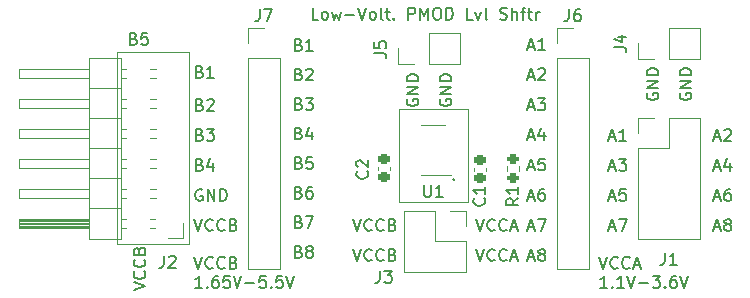
<source format=gbr>
%TF.GenerationSoftware,KiCad,Pcbnew,7.0.6*%
%TF.CreationDate,2024-05-30T22:34:02-07:00*%
%TF.ProjectId,pmod_lvl_shft,706d6f64-5f6c-4766-9c5f-736866742e6b,rev?*%
%TF.SameCoordinates,Original*%
%TF.FileFunction,Legend,Top*%
%TF.FilePolarity,Positive*%
%FSLAX46Y46*%
G04 Gerber Fmt 4.6, Leading zero omitted, Abs format (unit mm)*
G04 Created by KiCad (PCBNEW 7.0.6) date 2024-05-30 22:34:02*
%MOMM*%
%LPD*%
G01*
G04 APERTURE LIST*
G04 Aperture macros list*
%AMRoundRect*
0 Rectangle with rounded corners*
0 $1 Rounding radius*
0 $2 $3 $4 $5 $6 $7 $8 $9 X,Y pos of 4 corners*
0 Add a 4 corners polygon primitive as box body*
4,1,4,$2,$3,$4,$5,$6,$7,$8,$9,$2,$3,0*
0 Add four circle primitives for the rounded corners*
1,1,$1+$1,$2,$3*
1,1,$1+$1,$4,$5*
1,1,$1+$1,$6,$7*
1,1,$1+$1,$8,$9*
0 Add four rect primitives between the rounded corners*
20,1,$1+$1,$2,$3,$4,$5,0*
20,1,$1+$1,$4,$5,$6,$7,0*
20,1,$1+$1,$6,$7,$8,$9,0*
20,1,$1+$1,$8,$9,$2,$3,0*%
G04 Aperture macros list end*
%ADD10C,0.150000*%
%ADD11C,0.101600*%
%ADD12C,0.120000*%
%ADD13RoundRect,0.200000X-0.275000X0.200000X-0.275000X-0.200000X0.275000X-0.200000X0.275000X0.200000X0*%
%ADD14R,1.700000X1.700000*%
%ADD15O,1.700000X1.700000*%
%ADD16RoundRect,0.225000X-0.250000X0.225000X-0.250000X-0.225000X0.250000X-0.225000X0.250000X0.225000X0*%
%ADD17R,1.100000X0.200000*%
%ADD18R,1.000000X0.200000*%
G04 APERTURE END LIST*
D10*
X131257922Y-71427819D02*
X131591255Y-72427819D01*
X131591255Y-72427819D02*
X131924588Y-71427819D01*
X132829350Y-72332580D02*
X132781731Y-72380200D01*
X132781731Y-72380200D02*
X132638874Y-72427819D01*
X132638874Y-72427819D02*
X132543636Y-72427819D01*
X132543636Y-72427819D02*
X132400779Y-72380200D01*
X132400779Y-72380200D02*
X132305541Y-72284961D01*
X132305541Y-72284961D02*
X132257922Y-72189723D01*
X132257922Y-72189723D02*
X132210303Y-71999247D01*
X132210303Y-71999247D02*
X132210303Y-71856390D01*
X132210303Y-71856390D02*
X132257922Y-71665914D01*
X132257922Y-71665914D02*
X132305541Y-71570676D01*
X132305541Y-71570676D02*
X132400779Y-71475438D01*
X132400779Y-71475438D02*
X132543636Y-71427819D01*
X132543636Y-71427819D02*
X132638874Y-71427819D01*
X132638874Y-71427819D02*
X132781731Y-71475438D01*
X132781731Y-71475438D02*
X132829350Y-71523057D01*
X133829350Y-72332580D02*
X133781731Y-72380200D01*
X133781731Y-72380200D02*
X133638874Y-72427819D01*
X133638874Y-72427819D02*
X133543636Y-72427819D01*
X133543636Y-72427819D02*
X133400779Y-72380200D01*
X133400779Y-72380200D02*
X133305541Y-72284961D01*
X133305541Y-72284961D02*
X133257922Y-72189723D01*
X133257922Y-72189723D02*
X133210303Y-71999247D01*
X133210303Y-71999247D02*
X133210303Y-71856390D01*
X133210303Y-71856390D02*
X133257922Y-71665914D01*
X133257922Y-71665914D02*
X133305541Y-71570676D01*
X133305541Y-71570676D02*
X133400779Y-71475438D01*
X133400779Y-71475438D02*
X133543636Y-71427819D01*
X133543636Y-71427819D02*
X133638874Y-71427819D01*
X133638874Y-71427819D02*
X133781731Y-71475438D01*
X133781731Y-71475438D02*
X133829350Y-71523057D01*
X134591255Y-71904009D02*
X134734112Y-71951628D01*
X134734112Y-71951628D02*
X134781731Y-71999247D01*
X134781731Y-71999247D02*
X134829350Y-72094485D01*
X134829350Y-72094485D02*
X134829350Y-72237342D01*
X134829350Y-72237342D02*
X134781731Y-72332580D01*
X134781731Y-72332580D02*
X134734112Y-72380200D01*
X134734112Y-72380200D02*
X134638874Y-72427819D01*
X134638874Y-72427819D02*
X134257922Y-72427819D01*
X134257922Y-72427819D02*
X134257922Y-71427819D01*
X134257922Y-71427819D02*
X134591255Y-71427819D01*
X134591255Y-71427819D02*
X134686493Y-71475438D01*
X134686493Y-71475438D02*
X134734112Y-71523057D01*
X134734112Y-71523057D02*
X134781731Y-71618295D01*
X134781731Y-71618295D02*
X134781731Y-71713533D01*
X134781731Y-71713533D02*
X134734112Y-71808771D01*
X134734112Y-71808771D02*
X134686493Y-71856390D01*
X134686493Y-71856390D02*
X134591255Y-71904009D01*
X134591255Y-71904009D02*
X134257922Y-71904009D01*
X131924588Y-74037819D02*
X131353160Y-74037819D01*
X131638874Y-74037819D02*
X131638874Y-73037819D01*
X131638874Y-73037819D02*
X131543636Y-73180676D01*
X131543636Y-73180676D02*
X131448398Y-73275914D01*
X131448398Y-73275914D02*
X131353160Y-73323533D01*
X132353160Y-73942580D02*
X132400779Y-73990200D01*
X132400779Y-73990200D02*
X132353160Y-74037819D01*
X132353160Y-74037819D02*
X132305541Y-73990200D01*
X132305541Y-73990200D02*
X132353160Y-73942580D01*
X132353160Y-73942580D02*
X132353160Y-74037819D01*
X133257921Y-73037819D02*
X133067445Y-73037819D01*
X133067445Y-73037819D02*
X132972207Y-73085438D01*
X132972207Y-73085438D02*
X132924588Y-73133057D01*
X132924588Y-73133057D02*
X132829350Y-73275914D01*
X132829350Y-73275914D02*
X132781731Y-73466390D01*
X132781731Y-73466390D02*
X132781731Y-73847342D01*
X132781731Y-73847342D02*
X132829350Y-73942580D01*
X132829350Y-73942580D02*
X132876969Y-73990200D01*
X132876969Y-73990200D02*
X132972207Y-74037819D01*
X132972207Y-74037819D02*
X133162683Y-74037819D01*
X133162683Y-74037819D02*
X133257921Y-73990200D01*
X133257921Y-73990200D02*
X133305540Y-73942580D01*
X133305540Y-73942580D02*
X133353159Y-73847342D01*
X133353159Y-73847342D02*
X133353159Y-73609247D01*
X133353159Y-73609247D02*
X133305540Y-73514009D01*
X133305540Y-73514009D02*
X133257921Y-73466390D01*
X133257921Y-73466390D02*
X133162683Y-73418771D01*
X133162683Y-73418771D02*
X132972207Y-73418771D01*
X132972207Y-73418771D02*
X132876969Y-73466390D01*
X132876969Y-73466390D02*
X132829350Y-73514009D01*
X132829350Y-73514009D02*
X132781731Y-73609247D01*
X134257921Y-73037819D02*
X133781731Y-73037819D01*
X133781731Y-73037819D02*
X133734112Y-73514009D01*
X133734112Y-73514009D02*
X133781731Y-73466390D01*
X133781731Y-73466390D02*
X133876969Y-73418771D01*
X133876969Y-73418771D02*
X134115064Y-73418771D01*
X134115064Y-73418771D02*
X134210302Y-73466390D01*
X134210302Y-73466390D02*
X134257921Y-73514009D01*
X134257921Y-73514009D02*
X134305540Y-73609247D01*
X134305540Y-73609247D02*
X134305540Y-73847342D01*
X134305540Y-73847342D02*
X134257921Y-73942580D01*
X134257921Y-73942580D02*
X134210302Y-73990200D01*
X134210302Y-73990200D02*
X134115064Y-74037819D01*
X134115064Y-74037819D02*
X133876969Y-74037819D01*
X133876969Y-74037819D02*
X133781731Y-73990200D01*
X133781731Y-73990200D02*
X133734112Y-73942580D01*
X134591255Y-73037819D02*
X134924588Y-74037819D01*
X134924588Y-74037819D02*
X135257921Y-73037819D01*
X135591255Y-73656866D02*
X136353160Y-73656866D01*
X137305540Y-73037819D02*
X136829350Y-73037819D01*
X136829350Y-73037819D02*
X136781731Y-73514009D01*
X136781731Y-73514009D02*
X136829350Y-73466390D01*
X136829350Y-73466390D02*
X136924588Y-73418771D01*
X136924588Y-73418771D02*
X137162683Y-73418771D01*
X137162683Y-73418771D02*
X137257921Y-73466390D01*
X137257921Y-73466390D02*
X137305540Y-73514009D01*
X137305540Y-73514009D02*
X137353159Y-73609247D01*
X137353159Y-73609247D02*
X137353159Y-73847342D01*
X137353159Y-73847342D02*
X137305540Y-73942580D01*
X137305540Y-73942580D02*
X137257921Y-73990200D01*
X137257921Y-73990200D02*
X137162683Y-74037819D01*
X137162683Y-74037819D02*
X136924588Y-74037819D01*
X136924588Y-74037819D02*
X136829350Y-73990200D01*
X136829350Y-73990200D02*
X136781731Y-73942580D01*
X137781731Y-73942580D02*
X137829350Y-73990200D01*
X137829350Y-73990200D02*
X137781731Y-74037819D01*
X137781731Y-74037819D02*
X137734112Y-73990200D01*
X137734112Y-73990200D02*
X137781731Y-73942580D01*
X137781731Y-73942580D02*
X137781731Y-74037819D01*
X138734111Y-73037819D02*
X138257921Y-73037819D01*
X138257921Y-73037819D02*
X138210302Y-73514009D01*
X138210302Y-73514009D02*
X138257921Y-73466390D01*
X138257921Y-73466390D02*
X138353159Y-73418771D01*
X138353159Y-73418771D02*
X138591254Y-73418771D01*
X138591254Y-73418771D02*
X138686492Y-73466390D01*
X138686492Y-73466390D02*
X138734111Y-73514009D01*
X138734111Y-73514009D02*
X138781730Y-73609247D01*
X138781730Y-73609247D02*
X138781730Y-73847342D01*
X138781730Y-73847342D02*
X138734111Y-73942580D01*
X138734111Y-73942580D02*
X138686492Y-73990200D01*
X138686492Y-73990200D02*
X138591254Y-74037819D01*
X138591254Y-74037819D02*
X138353159Y-74037819D01*
X138353159Y-74037819D02*
X138257921Y-73990200D01*
X138257921Y-73990200D02*
X138210302Y-73942580D01*
X139067445Y-73037819D02*
X139400778Y-74037819D01*
X139400778Y-74037819D02*
X139734111Y-73037819D01*
X165547922Y-71427819D02*
X165881255Y-72427819D01*
X165881255Y-72427819D02*
X166214588Y-71427819D01*
X167119350Y-72332580D02*
X167071731Y-72380200D01*
X167071731Y-72380200D02*
X166928874Y-72427819D01*
X166928874Y-72427819D02*
X166833636Y-72427819D01*
X166833636Y-72427819D02*
X166690779Y-72380200D01*
X166690779Y-72380200D02*
X166595541Y-72284961D01*
X166595541Y-72284961D02*
X166547922Y-72189723D01*
X166547922Y-72189723D02*
X166500303Y-71999247D01*
X166500303Y-71999247D02*
X166500303Y-71856390D01*
X166500303Y-71856390D02*
X166547922Y-71665914D01*
X166547922Y-71665914D02*
X166595541Y-71570676D01*
X166595541Y-71570676D02*
X166690779Y-71475438D01*
X166690779Y-71475438D02*
X166833636Y-71427819D01*
X166833636Y-71427819D02*
X166928874Y-71427819D01*
X166928874Y-71427819D02*
X167071731Y-71475438D01*
X167071731Y-71475438D02*
X167119350Y-71523057D01*
X168119350Y-72332580D02*
X168071731Y-72380200D01*
X168071731Y-72380200D02*
X167928874Y-72427819D01*
X167928874Y-72427819D02*
X167833636Y-72427819D01*
X167833636Y-72427819D02*
X167690779Y-72380200D01*
X167690779Y-72380200D02*
X167595541Y-72284961D01*
X167595541Y-72284961D02*
X167547922Y-72189723D01*
X167547922Y-72189723D02*
X167500303Y-71999247D01*
X167500303Y-71999247D02*
X167500303Y-71856390D01*
X167500303Y-71856390D02*
X167547922Y-71665914D01*
X167547922Y-71665914D02*
X167595541Y-71570676D01*
X167595541Y-71570676D02*
X167690779Y-71475438D01*
X167690779Y-71475438D02*
X167833636Y-71427819D01*
X167833636Y-71427819D02*
X167928874Y-71427819D01*
X167928874Y-71427819D02*
X168071731Y-71475438D01*
X168071731Y-71475438D02*
X168119350Y-71523057D01*
X168500303Y-72142104D02*
X168976493Y-72142104D01*
X168405065Y-72427819D02*
X168738398Y-71427819D01*
X168738398Y-71427819D02*
X169071731Y-72427819D01*
X166214588Y-74037819D02*
X165643160Y-74037819D01*
X165928874Y-74037819D02*
X165928874Y-73037819D01*
X165928874Y-73037819D02*
X165833636Y-73180676D01*
X165833636Y-73180676D02*
X165738398Y-73275914D01*
X165738398Y-73275914D02*
X165643160Y-73323533D01*
X166643160Y-73942580D02*
X166690779Y-73990200D01*
X166690779Y-73990200D02*
X166643160Y-74037819D01*
X166643160Y-74037819D02*
X166595541Y-73990200D01*
X166595541Y-73990200D02*
X166643160Y-73942580D01*
X166643160Y-73942580D02*
X166643160Y-74037819D01*
X167643159Y-74037819D02*
X167071731Y-74037819D01*
X167357445Y-74037819D02*
X167357445Y-73037819D01*
X167357445Y-73037819D02*
X167262207Y-73180676D01*
X167262207Y-73180676D02*
X167166969Y-73275914D01*
X167166969Y-73275914D02*
X167071731Y-73323533D01*
X167928874Y-73037819D02*
X168262207Y-74037819D01*
X168262207Y-74037819D02*
X168595540Y-73037819D01*
X168928874Y-73656866D02*
X169690779Y-73656866D01*
X170071731Y-73037819D02*
X170690778Y-73037819D01*
X170690778Y-73037819D02*
X170357445Y-73418771D01*
X170357445Y-73418771D02*
X170500302Y-73418771D01*
X170500302Y-73418771D02*
X170595540Y-73466390D01*
X170595540Y-73466390D02*
X170643159Y-73514009D01*
X170643159Y-73514009D02*
X170690778Y-73609247D01*
X170690778Y-73609247D02*
X170690778Y-73847342D01*
X170690778Y-73847342D02*
X170643159Y-73942580D01*
X170643159Y-73942580D02*
X170595540Y-73990200D01*
X170595540Y-73990200D02*
X170500302Y-74037819D01*
X170500302Y-74037819D02*
X170214588Y-74037819D01*
X170214588Y-74037819D02*
X170119350Y-73990200D01*
X170119350Y-73990200D02*
X170071731Y-73942580D01*
X171119350Y-73942580D02*
X171166969Y-73990200D01*
X171166969Y-73990200D02*
X171119350Y-74037819D01*
X171119350Y-74037819D02*
X171071731Y-73990200D01*
X171071731Y-73990200D02*
X171119350Y-73942580D01*
X171119350Y-73942580D02*
X171119350Y-74037819D01*
X172024111Y-73037819D02*
X171833635Y-73037819D01*
X171833635Y-73037819D02*
X171738397Y-73085438D01*
X171738397Y-73085438D02*
X171690778Y-73133057D01*
X171690778Y-73133057D02*
X171595540Y-73275914D01*
X171595540Y-73275914D02*
X171547921Y-73466390D01*
X171547921Y-73466390D02*
X171547921Y-73847342D01*
X171547921Y-73847342D02*
X171595540Y-73942580D01*
X171595540Y-73942580D02*
X171643159Y-73990200D01*
X171643159Y-73990200D02*
X171738397Y-74037819D01*
X171738397Y-74037819D02*
X171928873Y-74037819D01*
X171928873Y-74037819D02*
X172024111Y-73990200D01*
X172024111Y-73990200D02*
X172071730Y-73942580D01*
X172071730Y-73942580D02*
X172119349Y-73847342D01*
X172119349Y-73847342D02*
X172119349Y-73609247D01*
X172119349Y-73609247D02*
X172071730Y-73514009D01*
X172071730Y-73514009D02*
X172024111Y-73466390D01*
X172024111Y-73466390D02*
X171928873Y-73418771D01*
X171928873Y-73418771D02*
X171738397Y-73418771D01*
X171738397Y-73418771D02*
X171643159Y-73466390D01*
X171643159Y-73466390D02*
X171595540Y-73514009D01*
X171595540Y-73514009D02*
X171547921Y-73609247D01*
X172405064Y-73037819D02*
X172738397Y-74037819D01*
X172738397Y-74037819D02*
X173071730Y-73037819D01*
D11*
X148590000Y-58928000D02*
X154432000Y-58928000D01*
X154432000Y-66802000D01*
X148590000Y-66802000D01*
X148590000Y-58928000D01*
D10*
X126146112Y-52940009D02*
X126288969Y-52987628D01*
X126288969Y-52987628D02*
X126336588Y-53035247D01*
X126336588Y-53035247D02*
X126384207Y-53130485D01*
X126384207Y-53130485D02*
X126384207Y-53273342D01*
X126384207Y-53273342D02*
X126336588Y-53368580D01*
X126336588Y-53368580D02*
X126288969Y-53416200D01*
X126288969Y-53416200D02*
X126193731Y-53463819D01*
X126193731Y-53463819D02*
X125812779Y-53463819D01*
X125812779Y-53463819D02*
X125812779Y-52463819D01*
X125812779Y-52463819D02*
X126146112Y-52463819D01*
X126146112Y-52463819D02*
X126241350Y-52511438D01*
X126241350Y-52511438D02*
X126288969Y-52559057D01*
X126288969Y-52559057D02*
X126336588Y-52654295D01*
X126336588Y-52654295D02*
X126336588Y-52749533D01*
X126336588Y-52749533D02*
X126288969Y-52844771D01*
X126288969Y-52844771D02*
X126241350Y-52892390D01*
X126241350Y-52892390D02*
X126146112Y-52940009D01*
X126146112Y-52940009D02*
X125812779Y-52940009D01*
X127288969Y-52463819D02*
X126812779Y-52463819D01*
X126812779Y-52463819D02*
X126765160Y-52940009D01*
X126765160Y-52940009D02*
X126812779Y-52892390D01*
X126812779Y-52892390D02*
X126908017Y-52844771D01*
X126908017Y-52844771D02*
X127146112Y-52844771D01*
X127146112Y-52844771D02*
X127241350Y-52892390D01*
X127241350Y-52892390D02*
X127288969Y-52940009D01*
X127288969Y-52940009D02*
X127336588Y-53035247D01*
X127336588Y-53035247D02*
X127336588Y-53273342D01*
X127336588Y-53273342D02*
X127288969Y-53368580D01*
X127288969Y-53368580D02*
X127241350Y-53416200D01*
X127241350Y-53416200D02*
X127146112Y-53463819D01*
X127146112Y-53463819D02*
X126908017Y-53463819D01*
X126908017Y-53463819D02*
X126812779Y-53416200D01*
X126812779Y-53416200D02*
X126765160Y-53368580D01*
X131734112Y-63608009D02*
X131876969Y-63655628D01*
X131876969Y-63655628D02*
X131924588Y-63703247D01*
X131924588Y-63703247D02*
X131972207Y-63798485D01*
X131972207Y-63798485D02*
X131972207Y-63941342D01*
X131972207Y-63941342D02*
X131924588Y-64036580D01*
X131924588Y-64036580D02*
X131876969Y-64084200D01*
X131876969Y-64084200D02*
X131781731Y-64131819D01*
X131781731Y-64131819D02*
X131400779Y-64131819D01*
X131400779Y-64131819D02*
X131400779Y-63131819D01*
X131400779Y-63131819D02*
X131734112Y-63131819D01*
X131734112Y-63131819D02*
X131829350Y-63179438D01*
X131829350Y-63179438D02*
X131876969Y-63227057D01*
X131876969Y-63227057D02*
X131924588Y-63322295D01*
X131924588Y-63322295D02*
X131924588Y-63417533D01*
X131924588Y-63417533D02*
X131876969Y-63512771D01*
X131876969Y-63512771D02*
X131829350Y-63560390D01*
X131829350Y-63560390D02*
X131734112Y-63608009D01*
X131734112Y-63608009D02*
X131400779Y-63608009D01*
X132829350Y-63465152D02*
X132829350Y-64131819D01*
X132591255Y-63084200D02*
X132353160Y-63798485D01*
X132353160Y-63798485D02*
X132972207Y-63798485D01*
X131734112Y-61068009D02*
X131876969Y-61115628D01*
X131876969Y-61115628D02*
X131924588Y-61163247D01*
X131924588Y-61163247D02*
X131972207Y-61258485D01*
X131972207Y-61258485D02*
X131972207Y-61401342D01*
X131972207Y-61401342D02*
X131924588Y-61496580D01*
X131924588Y-61496580D02*
X131876969Y-61544200D01*
X131876969Y-61544200D02*
X131781731Y-61591819D01*
X131781731Y-61591819D02*
X131400779Y-61591819D01*
X131400779Y-61591819D02*
X131400779Y-60591819D01*
X131400779Y-60591819D02*
X131734112Y-60591819D01*
X131734112Y-60591819D02*
X131829350Y-60639438D01*
X131829350Y-60639438D02*
X131876969Y-60687057D01*
X131876969Y-60687057D02*
X131924588Y-60782295D01*
X131924588Y-60782295D02*
X131924588Y-60877533D01*
X131924588Y-60877533D02*
X131876969Y-60972771D01*
X131876969Y-60972771D02*
X131829350Y-61020390D01*
X131829350Y-61020390D02*
X131734112Y-61068009D01*
X131734112Y-61068009D02*
X131400779Y-61068009D01*
X132305541Y-60591819D02*
X132924588Y-60591819D01*
X132924588Y-60591819D02*
X132591255Y-60972771D01*
X132591255Y-60972771D02*
X132734112Y-60972771D01*
X132734112Y-60972771D02*
X132829350Y-61020390D01*
X132829350Y-61020390D02*
X132876969Y-61068009D01*
X132876969Y-61068009D02*
X132924588Y-61163247D01*
X132924588Y-61163247D02*
X132924588Y-61401342D01*
X132924588Y-61401342D02*
X132876969Y-61496580D01*
X132876969Y-61496580D02*
X132829350Y-61544200D01*
X132829350Y-61544200D02*
X132734112Y-61591819D01*
X132734112Y-61591819D02*
X132448398Y-61591819D01*
X132448398Y-61591819D02*
X132353160Y-61544200D01*
X132353160Y-61544200D02*
X132305541Y-61496580D01*
X131734112Y-58528009D02*
X131876969Y-58575628D01*
X131876969Y-58575628D02*
X131924588Y-58623247D01*
X131924588Y-58623247D02*
X131972207Y-58718485D01*
X131972207Y-58718485D02*
X131972207Y-58861342D01*
X131972207Y-58861342D02*
X131924588Y-58956580D01*
X131924588Y-58956580D02*
X131876969Y-59004200D01*
X131876969Y-59004200D02*
X131781731Y-59051819D01*
X131781731Y-59051819D02*
X131400779Y-59051819D01*
X131400779Y-59051819D02*
X131400779Y-58051819D01*
X131400779Y-58051819D02*
X131734112Y-58051819D01*
X131734112Y-58051819D02*
X131829350Y-58099438D01*
X131829350Y-58099438D02*
X131876969Y-58147057D01*
X131876969Y-58147057D02*
X131924588Y-58242295D01*
X131924588Y-58242295D02*
X131924588Y-58337533D01*
X131924588Y-58337533D02*
X131876969Y-58432771D01*
X131876969Y-58432771D02*
X131829350Y-58480390D01*
X131829350Y-58480390D02*
X131734112Y-58528009D01*
X131734112Y-58528009D02*
X131400779Y-58528009D01*
X132353160Y-58147057D02*
X132400779Y-58099438D01*
X132400779Y-58099438D02*
X132496017Y-58051819D01*
X132496017Y-58051819D02*
X132734112Y-58051819D01*
X132734112Y-58051819D02*
X132829350Y-58099438D01*
X132829350Y-58099438D02*
X132876969Y-58147057D01*
X132876969Y-58147057D02*
X132924588Y-58242295D01*
X132924588Y-58242295D02*
X132924588Y-58337533D01*
X132924588Y-58337533D02*
X132876969Y-58480390D01*
X132876969Y-58480390D02*
X132305541Y-59051819D01*
X132305541Y-59051819D02*
X132924588Y-59051819D01*
X131734112Y-55734009D02*
X131876969Y-55781628D01*
X131876969Y-55781628D02*
X131924588Y-55829247D01*
X131924588Y-55829247D02*
X131972207Y-55924485D01*
X131972207Y-55924485D02*
X131972207Y-56067342D01*
X131972207Y-56067342D02*
X131924588Y-56162580D01*
X131924588Y-56162580D02*
X131876969Y-56210200D01*
X131876969Y-56210200D02*
X131781731Y-56257819D01*
X131781731Y-56257819D02*
X131400779Y-56257819D01*
X131400779Y-56257819D02*
X131400779Y-55257819D01*
X131400779Y-55257819D02*
X131734112Y-55257819D01*
X131734112Y-55257819D02*
X131829350Y-55305438D01*
X131829350Y-55305438D02*
X131876969Y-55353057D01*
X131876969Y-55353057D02*
X131924588Y-55448295D01*
X131924588Y-55448295D02*
X131924588Y-55543533D01*
X131924588Y-55543533D02*
X131876969Y-55638771D01*
X131876969Y-55638771D02*
X131829350Y-55686390D01*
X131829350Y-55686390D02*
X131734112Y-55734009D01*
X131734112Y-55734009D02*
X131400779Y-55734009D01*
X132924588Y-56257819D02*
X132353160Y-56257819D01*
X132638874Y-56257819D02*
X132638874Y-55257819D01*
X132638874Y-55257819D02*
X132543636Y-55400676D01*
X132543636Y-55400676D02*
X132448398Y-55495914D01*
X132448398Y-55495914D02*
X132353160Y-55543533D01*
X141782969Y-51330219D02*
X141306779Y-51330219D01*
X141306779Y-51330219D02*
X141306779Y-50330219D01*
X142259160Y-51330219D02*
X142163922Y-51282600D01*
X142163922Y-51282600D02*
X142116303Y-51234980D01*
X142116303Y-51234980D02*
X142068684Y-51139742D01*
X142068684Y-51139742D02*
X142068684Y-50854028D01*
X142068684Y-50854028D02*
X142116303Y-50758790D01*
X142116303Y-50758790D02*
X142163922Y-50711171D01*
X142163922Y-50711171D02*
X142259160Y-50663552D01*
X142259160Y-50663552D02*
X142402017Y-50663552D01*
X142402017Y-50663552D02*
X142497255Y-50711171D01*
X142497255Y-50711171D02*
X142544874Y-50758790D01*
X142544874Y-50758790D02*
X142592493Y-50854028D01*
X142592493Y-50854028D02*
X142592493Y-51139742D01*
X142592493Y-51139742D02*
X142544874Y-51234980D01*
X142544874Y-51234980D02*
X142497255Y-51282600D01*
X142497255Y-51282600D02*
X142402017Y-51330219D01*
X142402017Y-51330219D02*
X142259160Y-51330219D01*
X142925827Y-50663552D02*
X143116303Y-51330219D01*
X143116303Y-51330219D02*
X143306779Y-50854028D01*
X143306779Y-50854028D02*
X143497255Y-51330219D01*
X143497255Y-51330219D02*
X143687731Y-50663552D01*
X144068684Y-50949266D02*
X144830589Y-50949266D01*
X145163922Y-50330219D02*
X145497255Y-51330219D01*
X145497255Y-51330219D02*
X145830588Y-50330219D01*
X146306779Y-51330219D02*
X146211541Y-51282600D01*
X146211541Y-51282600D02*
X146163922Y-51234980D01*
X146163922Y-51234980D02*
X146116303Y-51139742D01*
X146116303Y-51139742D02*
X146116303Y-50854028D01*
X146116303Y-50854028D02*
X146163922Y-50758790D01*
X146163922Y-50758790D02*
X146211541Y-50711171D01*
X146211541Y-50711171D02*
X146306779Y-50663552D01*
X146306779Y-50663552D02*
X146449636Y-50663552D01*
X146449636Y-50663552D02*
X146544874Y-50711171D01*
X146544874Y-50711171D02*
X146592493Y-50758790D01*
X146592493Y-50758790D02*
X146640112Y-50854028D01*
X146640112Y-50854028D02*
X146640112Y-51139742D01*
X146640112Y-51139742D02*
X146592493Y-51234980D01*
X146592493Y-51234980D02*
X146544874Y-51282600D01*
X146544874Y-51282600D02*
X146449636Y-51330219D01*
X146449636Y-51330219D02*
X146306779Y-51330219D01*
X147211541Y-51330219D02*
X147116303Y-51282600D01*
X147116303Y-51282600D02*
X147068684Y-51187361D01*
X147068684Y-51187361D02*
X147068684Y-50330219D01*
X147449637Y-50663552D02*
X147830589Y-50663552D01*
X147592494Y-50330219D02*
X147592494Y-51187361D01*
X147592494Y-51187361D02*
X147640113Y-51282600D01*
X147640113Y-51282600D02*
X147735351Y-51330219D01*
X147735351Y-51330219D02*
X147830589Y-51330219D01*
X148163923Y-51234980D02*
X148211542Y-51282600D01*
X148211542Y-51282600D02*
X148163923Y-51330219D01*
X148163923Y-51330219D02*
X148116304Y-51282600D01*
X148116304Y-51282600D02*
X148163923Y-51234980D01*
X148163923Y-51234980D02*
X148163923Y-51330219D01*
X149402018Y-51330219D02*
X149402018Y-50330219D01*
X149402018Y-50330219D02*
X149782970Y-50330219D01*
X149782970Y-50330219D02*
X149878208Y-50377838D01*
X149878208Y-50377838D02*
X149925827Y-50425457D01*
X149925827Y-50425457D02*
X149973446Y-50520695D01*
X149973446Y-50520695D02*
X149973446Y-50663552D01*
X149973446Y-50663552D02*
X149925827Y-50758790D01*
X149925827Y-50758790D02*
X149878208Y-50806409D01*
X149878208Y-50806409D02*
X149782970Y-50854028D01*
X149782970Y-50854028D02*
X149402018Y-50854028D01*
X150402018Y-51330219D02*
X150402018Y-50330219D01*
X150402018Y-50330219D02*
X150735351Y-51044504D01*
X150735351Y-51044504D02*
X151068684Y-50330219D01*
X151068684Y-50330219D02*
X151068684Y-51330219D01*
X151735351Y-50330219D02*
X151925827Y-50330219D01*
X151925827Y-50330219D02*
X152021065Y-50377838D01*
X152021065Y-50377838D02*
X152116303Y-50473076D01*
X152116303Y-50473076D02*
X152163922Y-50663552D01*
X152163922Y-50663552D02*
X152163922Y-50996885D01*
X152163922Y-50996885D02*
X152116303Y-51187361D01*
X152116303Y-51187361D02*
X152021065Y-51282600D01*
X152021065Y-51282600D02*
X151925827Y-51330219D01*
X151925827Y-51330219D02*
X151735351Y-51330219D01*
X151735351Y-51330219D02*
X151640113Y-51282600D01*
X151640113Y-51282600D02*
X151544875Y-51187361D01*
X151544875Y-51187361D02*
X151497256Y-50996885D01*
X151497256Y-50996885D02*
X151497256Y-50663552D01*
X151497256Y-50663552D02*
X151544875Y-50473076D01*
X151544875Y-50473076D02*
X151640113Y-50377838D01*
X151640113Y-50377838D02*
X151735351Y-50330219D01*
X152592494Y-51330219D02*
X152592494Y-50330219D01*
X152592494Y-50330219D02*
X152830589Y-50330219D01*
X152830589Y-50330219D02*
X152973446Y-50377838D01*
X152973446Y-50377838D02*
X153068684Y-50473076D01*
X153068684Y-50473076D02*
X153116303Y-50568314D01*
X153116303Y-50568314D02*
X153163922Y-50758790D01*
X153163922Y-50758790D02*
X153163922Y-50901647D01*
X153163922Y-50901647D02*
X153116303Y-51092123D01*
X153116303Y-51092123D02*
X153068684Y-51187361D01*
X153068684Y-51187361D02*
X152973446Y-51282600D01*
X152973446Y-51282600D02*
X152830589Y-51330219D01*
X152830589Y-51330219D02*
X152592494Y-51330219D01*
X154830589Y-51330219D02*
X154354399Y-51330219D01*
X154354399Y-51330219D02*
X154354399Y-50330219D01*
X155068685Y-50663552D02*
X155306780Y-51330219D01*
X155306780Y-51330219D02*
X155544875Y-50663552D01*
X156068685Y-51330219D02*
X155973447Y-51282600D01*
X155973447Y-51282600D02*
X155925828Y-51187361D01*
X155925828Y-51187361D02*
X155925828Y-50330219D01*
X157163924Y-51282600D02*
X157306781Y-51330219D01*
X157306781Y-51330219D02*
X157544876Y-51330219D01*
X157544876Y-51330219D02*
X157640114Y-51282600D01*
X157640114Y-51282600D02*
X157687733Y-51234980D01*
X157687733Y-51234980D02*
X157735352Y-51139742D01*
X157735352Y-51139742D02*
X157735352Y-51044504D01*
X157735352Y-51044504D02*
X157687733Y-50949266D01*
X157687733Y-50949266D02*
X157640114Y-50901647D01*
X157640114Y-50901647D02*
X157544876Y-50854028D01*
X157544876Y-50854028D02*
X157354400Y-50806409D01*
X157354400Y-50806409D02*
X157259162Y-50758790D01*
X157259162Y-50758790D02*
X157211543Y-50711171D01*
X157211543Y-50711171D02*
X157163924Y-50615933D01*
X157163924Y-50615933D02*
X157163924Y-50520695D01*
X157163924Y-50520695D02*
X157211543Y-50425457D01*
X157211543Y-50425457D02*
X157259162Y-50377838D01*
X157259162Y-50377838D02*
X157354400Y-50330219D01*
X157354400Y-50330219D02*
X157592495Y-50330219D01*
X157592495Y-50330219D02*
X157735352Y-50377838D01*
X158163924Y-51330219D02*
X158163924Y-50330219D01*
X158592495Y-51330219D02*
X158592495Y-50806409D01*
X158592495Y-50806409D02*
X158544876Y-50711171D01*
X158544876Y-50711171D02*
X158449638Y-50663552D01*
X158449638Y-50663552D02*
X158306781Y-50663552D01*
X158306781Y-50663552D02*
X158211543Y-50711171D01*
X158211543Y-50711171D02*
X158163924Y-50758790D01*
X158925829Y-50663552D02*
X159306781Y-50663552D01*
X159068686Y-51330219D02*
X159068686Y-50473076D01*
X159068686Y-50473076D02*
X159116305Y-50377838D01*
X159116305Y-50377838D02*
X159211543Y-50330219D01*
X159211543Y-50330219D02*
X159306781Y-50330219D01*
X159497258Y-50663552D02*
X159878210Y-50663552D01*
X159640115Y-50330219D02*
X159640115Y-51187361D01*
X159640115Y-51187361D02*
X159687734Y-51282600D01*
X159687734Y-51282600D02*
X159782972Y-51330219D01*
X159782972Y-51330219D02*
X159878210Y-51330219D01*
X160211544Y-51330219D02*
X160211544Y-50663552D01*
X160211544Y-50854028D02*
X160259163Y-50758790D01*
X160259163Y-50758790D02*
X160306782Y-50711171D01*
X160306782Y-50711171D02*
X160402020Y-50663552D01*
X160402020Y-50663552D02*
X160497258Y-50663552D01*
X172399438Y-57559411D02*
X172351819Y-57654649D01*
X172351819Y-57654649D02*
X172351819Y-57797506D01*
X172351819Y-57797506D02*
X172399438Y-57940363D01*
X172399438Y-57940363D02*
X172494676Y-58035601D01*
X172494676Y-58035601D02*
X172589914Y-58083220D01*
X172589914Y-58083220D02*
X172780390Y-58130839D01*
X172780390Y-58130839D02*
X172923247Y-58130839D01*
X172923247Y-58130839D02*
X173113723Y-58083220D01*
X173113723Y-58083220D02*
X173208961Y-58035601D01*
X173208961Y-58035601D02*
X173304200Y-57940363D01*
X173304200Y-57940363D02*
X173351819Y-57797506D01*
X173351819Y-57797506D02*
X173351819Y-57702268D01*
X173351819Y-57702268D02*
X173304200Y-57559411D01*
X173304200Y-57559411D02*
X173256580Y-57511792D01*
X173256580Y-57511792D02*
X172923247Y-57511792D01*
X172923247Y-57511792D02*
X172923247Y-57702268D01*
X173351819Y-57083220D02*
X172351819Y-57083220D01*
X172351819Y-57083220D02*
X173351819Y-56511792D01*
X173351819Y-56511792D02*
X172351819Y-56511792D01*
X173351819Y-56035601D02*
X172351819Y-56035601D01*
X172351819Y-56035601D02*
X172351819Y-55797506D01*
X172351819Y-55797506D02*
X172399438Y-55654649D01*
X172399438Y-55654649D02*
X172494676Y-55559411D01*
X172494676Y-55559411D02*
X172589914Y-55511792D01*
X172589914Y-55511792D02*
X172780390Y-55464173D01*
X172780390Y-55464173D02*
X172923247Y-55464173D01*
X172923247Y-55464173D02*
X173113723Y-55511792D01*
X173113723Y-55511792D02*
X173208961Y-55559411D01*
X173208961Y-55559411D02*
X173304200Y-55654649D01*
X173304200Y-55654649D02*
X173351819Y-55797506D01*
X173351819Y-55797506D02*
X173351819Y-56035601D01*
X175295160Y-68926104D02*
X175771350Y-68926104D01*
X175199922Y-69211819D02*
X175533255Y-68211819D01*
X175533255Y-68211819D02*
X175866588Y-69211819D01*
X176342779Y-68640390D02*
X176247541Y-68592771D01*
X176247541Y-68592771D02*
X176199922Y-68545152D01*
X176199922Y-68545152D02*
X176152303Y-68449914D01*
X176152303Y-68449914D02*
X176152303Y-68402295D01*
X176152303Y-68402295D02*
X176199922Y-68307057D01*
X176199922Y-68307057D02*
X176247541Y-68259438D01*
X176247541Y-68259438D02*
X176342779Y-68211819D01*
X176342779Y-68211819D02*
X176533255Y-68211819D01*
X176533255Y-68211819D02*
X176628493Y-68259438D01*
X176628493Y-68259438D02*
X176676112Y-68307057D01*
X176676112Y-68307057D02*
X176723731Y-68402295D01*
X176723731Y-68402295D02*
X176723731Y-68449914D01*
X176723731Y-68449914D02*
X176676112Y-68545152D01*
X176676112Y-68545152D02*
X176628493Y-68592771D01*
X176628493Y-68592771D02*
X176533255Y-68640390D01*
X176533255Y-68640390D02*
X176342779Y-68640390D01*
X176342779Y-68640390D02*
X176247541Y-68688009D01*
X176247541Y-68688009D02*
X176199922Y-68735628D01*
X176199922Y-68735628D02*
X176152303Y-68830866D01*
X176152303Y-68830866D02*
X176152303Y-69021342D01*
X176152303Y-69021342D02*
X176199922Y-69116580D01*
X176199922Y-69116580D02*
X176247541Y-69164200D01*
X176247541Y-69164200D02*
X176342779Y-69211819D01*
X176342779Y-69211819D02*
X176533255Y-69211819D01*
X176533255Y-69211819D02*
X176628493Y-69164200D01*
X176628493Y-69164200D02*
X176676112Y-69116580D01*
X176676112Y-69116580D02*
X176723731Y-69021342D01*
X176723731Y-69021342D02*
X176723731Y-68830866D01*
X176723731Y-68830866D02*
X176676112Y-68735628D01*
X176676112Y-68735628D02*
X176628493Y-68688009D01*
X176628493Y-68688009D02*
X176533255Y-68640390D01*
X166405160Y-68926104D02*
X166881350Y-68926104D01*
X166309922Y-69211819D02*
X166643255Y-68211819D01*
X166643255Y-68211819D02*
X166976588Y-69211819D01*
X167214684Y-68211819D02*
X167881350Y-68211819D01*
X167881350Y-68211819D02*
X167452779Y-69211819D01*
X175295160Y-66386104D02*
X175771350Y-66386104D01*
X175199922Y-66671819D02*
X175533255Y-65671819D01*
X175533255Y-65671819D02*
X175866588Y-66671819D01*
X176628493Y-65671819D02*
X176438017Y-65671819D01*
X176438017Y-65671819D02*
X176342779Y-65719438D01*
X176342779Y-65719438D02*
X176295160Y-65767057D01*
X176295160Y-65767057D02*
X176199922Y-65909914D01*
X176199922Y-65909914D02*
X176152303Y-66100390D01*
X176152303Y-66100390D02*
X176152303Y-66481342D01*
X176152303Y-66481342D02*
X176199922Y-66576580D01*
X176199922Y-66576580D02*
X176247541Y-66624200D01*
X176247541Y-66624200D02*
X176342779Y-66671819D01*
X176342779Y-66671819D02*
X176533255Y-66671819D01*
X176533255Y-66671819D02*
X176628493Y-66624200D01*
X176628493Y-66624200D02*
X176676112Y-66576580D01*
X176676112Y-66576580D02*
X176723731Y-66481342D01*
X176723731Y-66481342D02*
X176723731Y-66243247D01*
X176723731Y-66243247D02*
X176676112Y-66148009D01*
X176676112Y-66148009D02*
X176628493Y-66100390D01*
X176628493Y-66100390D02*
X176533255Y-66052771D01*
X176533255Y-66052771D02*
X176342779Y-66052771D01*
X176342779Y-66052771D02*
X176247541Y-66100390D01*
X176247541Y-66100390D02*
X176199922Y-66148009D01*
X176199922Y-66148009D02*
X176152303Y-66243247D01*
X166405160Y-66386104D02*
X166881350Y-66386104D01*
X166309922Y-66671819D02*
X166643255Y-65671819D01*
X166643255Y-65671819D02*
X166976588Y-66671819D01*
X167786112Y-65671819D02*
X167309922Y-65671819D01*
X167309922Y-65671819D02*
X167262303Y-66148009D01*
X167262303Y-66148009D02*
X167309922Y-66100390D01*
X167309922Y-66100390D02*
X167405160Y-66052771D01*
X167405160Y-66052771D02*
X167643255Y-66052771D01*
X167643255Y-66052771D02*
X167738493Y-66100390D01*
X167738493Y-66100390D02*
X167786112Y-66148009D01*
X167786112Y-66148009D02*
X167833731Y-66243247D01*
X167833731Y-66243247D02*
X167833731Y-66481342D01*
X167833731Y-66481342D02*
X167786112Y-66576580D01*
X167786112Y-66576580D02*
X167738493Y-66624200D01*
X167738493Y-66624200D02*
X167643255Y-66671819D01*
X167643255Y-66671819D02*
X167405160Y-66671819D01*
X167405160Y-66671819D02*
X167309922Y-66624200D01*
X167309922Y-66624200D02*
X167262303Y-66576580D01*
X175295160Y-63846104D02*
X175771350Y-63846104D01*
X175199922Y-64131819D02*
X175533255Y-63131819D01*
X175533255Y-63131819D02*
X175866588Y-64131819D01*
X176628493Y-63465152D02*
X176628493Y-64131819D01*
X176390398Y-63084200D02*
X176152303Y-63798485D01*
X176152303Y-63798485D02*
X176771350Y-63798485D01*
X166405160Y-63846104D02*
X166881350Y-63846104D01*
X166309922Y-64131819D02*
X166643255Y-63131819D01*
X166643255Y-63131819D02*
X166976588Y-64131819D01*
X167214684Y-63131819D02*
X167833731Y-63131819D01*
X167833731Y-63131819D02*
X167500398Y-63512771D01*
X167500398Y-63512771D02*
X167643255Y-63512771D01*
X167643255Y-63512771D02*
X167738493Y-63560390D01*
X167738493Y-63560390D02*
X167786112Y-63608009D01*
X167786112Y-63608009D02*
X167833731Y-63703247D01*
X167833731Y-63703247D02*
X167833731Y-63941342D01*
X167833731Y-63941342D02*
X167786112Y-64036580D01*
X167786112Y-64036580D02*
X167738493Y-64084200D01*
X167738493Y-64084200D02*
X167643255Y-64131819D01*
X167643255Y-64131819D02*
X167357541Y-64131819D01*
X167357541Y-64131819D02*
X167262303Y-64084200D01*
X167262303Y-64084200D02*
X167214684Y-64036580D01*
X175295160Y-61306104D02*
X175771350Y-61306104D01*
X175199922Y-61591819D02*
X175533255Y-60591819D01*
X175533255Y-60591819D02*
X175866588Y-61591819D01*
X176152303Y-60687057D02*
X176199922Y-60639438D01*
X176199922Y-60639438D02*
X176295160Y-60591819D01*
X176295160Y-60591819D02*
X176533255Y-60591819D01*
X176533255Y-60591819D02*
X176628493Y-60639438D01*
X176628493Y-60639438D02*
X176676112Y-60687057D01*
X176676112Y-60687057D02*
X176723731Y-60782295D01*
X176723731Y-60782295D02*
X176723731Y-60877533D01*
X176723731Y-60877533D02*
X176676112Y-61020390D01*
X176676112Y-61020390D02*
X176104684Y-61591819D01*
X176104684Y-61591819D02*
X176723731Y-61591819D01*
X159547160Y-53613534D02*
X160023350Y-53613534D01*
X159451922Y-53899249D02*
X159785255Y-52899249D01*
X159785255Y-52899249D02*
X160118588Y-53899249D01*
X160975731Y-53899249D02*
X160404303Y-53899249D01*
X160690017Y-53899249D02*
X160690017Y-52899249D01*
X160690017Y-52899249D02*
X160594779Y-53042106D01*
X160594779Y-53042106D02*
X160499541Y-53137344D01*
X160499541Y-53137344D02*
X160404303Y-53184963D01*
X159547160Y-66365369D02*
X160023350Y-66365369D01*
X159451922Y-66651084D02*
X159785255Y-65651084D01*
X159785255Y-65651084D02*
X160118588Y-66651084D01*
X160880493Y-65651084D02*
X160690017Y-65651084D01*
X160690017Y-65651084D02*
X160594779Y-65698703D01*
X160594779Y-65698703D02*
X160547160Y-65746322D01*
X160547160Y-65746322D02*
X160451922Y-65889179D01*
X160451922Y-65889179D02*
X160404303Y-66079655D01*
X160404303Y-66079655D02*
X160404303Y-66460607D01*
X160404303Y-66460607D02*
X160451922Y-66555845D01*
X160451922Y-66555845D02*
X160499541Y-66603465D01*
X160499541Y-66603465D02*
X160594779Y-66651084D01*
X160594779Y-66651084D02*
X160785255Y-66651084D01*
X160785255Y-66651084D02*
X160880493Y-66603465D01*
X160880493Y-66603465D02*
X160928112Y-66555845D01*
X160928112Y-66555845D02*
X160975731Y-66460607D01*
X160975731Y-66460607D02*
X160975731Y-66222512D01*
X160975731Y-66222512D02*
X160928112Y-66127274D01*
X160928112Y-66127274D02*
X160880493Y-66079655D01*
X160880493Y-66079655D02*
X160785255Y-66032036D01*
X160785255Y-66032036D02*
X160594779Y-66032036D01*
X160594779Y-66032036D02*
X160499541Y-66079655D01*
X160499541Y-66079655D02*
X160451922Y-66127274D01*
X160451922Y-66127274D02*
X160404303Y-66222512D01*
X159547160Y-71466104D02*
X160023350Y-71466104D01*
X159451922Y-71751819D02*
X159785255Y-70751819D01*
X159785255Y-70751819D02*
X160118588Y-71751819D01*
X160594779Y-71180390D02*
X160499541Y-71132771D01*
X160499541Y-71132771D02*
X160451922Y-71085152D01*
X160451922Y-71085152D02*
X160404303Y-70989914D01*
X160404303Y-70989914D02*
X160404303Y-70942295D01*
X160404303Y-70942295D02*
X160451922Y-70847057D01*
X160451922Y-70847057D02*
X160499541Y-70799438D01*
X160499541Y-70799438D02*
X160594779Y-70751819D01*
X160594779Y-70751819D02*
X160785255Y-70751819D01*
X160785255Y-70751819D02*
X160880493Y-70799438D01*
X160880493Y-70799438D02*
X160928112Y-70847057D01*
X160928112Y-70847057D02*
X160975731Y-70942295D01*
X160975731Y-70942295D02*
X160975731Y-70989914D01*
X160975731Y-70989914D02*
X160928112Y-71085152D01*
X160928112Y-71085152D02*
X160880493Y-71132771D01*
X160880493Y-71132771D02*
X160785255Y-71180390D01*
X160785255Y-71180390D02*
X160594779Y-71180390D01*
X160594779Y-71180390D02*
X160499541Y-71228009D01*
X160499541Y-71228009D02*
X160451922Y-71275628D01*
X160451922Y-71275628D02*
X160404303Y-71370866D01*
X160404303Y-71370866D02*
X160404303Y-71561342D01*
X160404303Y-71561342D02*
X160451922Y-71656580D01*
X160451922Y-71656580D02*
X160499541Y-71704200D01*
X160499541Y-71704200D02*
X160594779Y-71751819D01*
X160594779Y-71751819D02*
X160785255Y-71751819D01*
X160785255Y-71751819D02*
X160880493Y-71704200D01*
X160880493Y-71704200D02*
X160928112Y-71656580D01*
X160928112Y-71656580D02*
X160975731Y-71561342D01*
X160975731Y-71561342D02*
X160975731Y-71370866D01*
X160975731Y-71370866D02*
X160928112Y-71275628D01*
X160928112Y-71275628D02*
X160880493Y-71228009D01*
X160880493Y-71228009D02*
X160785255Y-71180390D01*
X159547160Y-68915736D02*
X160023350Y-68915736D01*
X159451922Y-69201451D02*
X159785255Y-68201451D01*
X159785255Y-68201451D02*
X160118588Y-69201451D01*
X160356684Y-68201451D02*
X161023350Y-68201451D01*
X161023350Y-68201451D02*
X160594779Y-69201451D01*
X159547160Y-63815002D02*
X160023350Y-63815002D01*
X159451922Y-64100717D02*
X159785255Y-63100717D01*
X159785255Y-63100717D02*
X160118588Y-64100717D01*
X160928112Y-63100717D02*
X160451922Y-63100717D01*
X160451922Y-63100717D02*
X160404303Y-63576907D01*
X160404303Y-63576907D02*
X160451922Y-63529288D01*
X160451922Y-63529288D02*
X160547160Y-63481669D01*
X160547160Y-63481669D02*
X160785255Y-63481669D01*
X160785255Y-63481669D02*
X160880493Y-63529288D01*
X160880493Y-63529288D02*
X160928112Y-63576907D01*
X160928112Y-63576907D02*
X160975731Y-63672145D01*
X160975731Y-63672145D02*
X160975731Y-63910240D01*
X160975731Y-63910240D02*
X160928112Y-64005478D01*
X160928112Y-64005478D02*
X160880493Y-64053098D01*
X160880493Y-64053098D02*
X160785255Y-64100717D01*
X160785255Y-64100717D02*
X160547160Y-64100717D01*
X160547160Y-64100717D02*
X160451922Y-64053098D01*
X160451922Y-64053098D02*
X160404303Y-64005478D01*
X159547160Y-61264635D02*
X160023350Y-61264635D01*
X159451922Y-61550350D02*
X159785255Y-60550350D01*
X159785255Y-60550350D02*
X160118588Y-61550350D01*
X160880493Y-60883683D02*
X160880493Y-61550350D01*
X160642398Y-60502731D02*
X160404303Y-61217016D01*
X160404303Y-61217016D02*
X161023350Y-61217016D01*
X159547160Y-56163901D02*
X160023350Y-56163901D01*
X159451922Y-56449616D02*
X159785255Y-55449616D01*
X159785255Y-55449616D02*
X160118588Y-56449616D01*
X160404303Y-55544854D02*
X160451922Y-55497235D01*
X160451922Y-55497235D02*
X160547160Y-55449616D01*
X160547160Y-55449616D02*
X160785255Y-55449616D01*
X160785255Y-55449616D02*
X160880493Y-55497235D01*
X160880493Y-55497235D02*
X160928112Y-55544854D01*
X160928112Y-55544854D02*
X160975731Y-55640092D01*
X160975731Y-55640092D02*
X160975731Y-55735330D01*
X160975731Y-55735330D02*
X160928112Y-55878187D01*
X160928112Y-55878187D02*
X160356684Y-56449616D01*
X160356684Y-56449616D02*
X160975731Y-56449616D01*
X159547160Y-58714268D02*
X160023350Y-58714268D01*
X159451922Y-58999983D02*
X159785255Y-57999983D01*
X159785255Y-57999983D02*
X160118588Y-58999983D01*
X160356684Y-57999983D02*
X160975731Y-57999983D01*
X160975731Y-57999983D02*
X160642398Y-58380935D01*
X160642398Y-58380935D02*
X160785255Y-58380935D01*
X160785255Y-58380935D02*
X160880493Y-58428554D01*
X160880493Y-58428554D02*
X160928112Y-58476173D01*
X160928112Y-58476173D02*
X160975731Y-58571411D01*
X160975731Y-58571411D02*
X160975731Y-58809506D01*
X160975731Y-58809506D02*
X160928112Y-58904744D01*
X160928112Y-58904744D02*
X160880493Y-58952364D01*
X160880493Y-58952364D02*
X160785255Y-58999983D01*
X160785255Y-58999983D02*
X160499541Y-58999983D01*
X160499541Y-58999983D02*
X160404303Y-58952364D01*
X160404303Y-58952364D02*
X160356684Y-58904744D01*
D11*
X124714000Y-54102000D02*
X130810000Y-54102000D01*
X130810000Y-70358000D01*
X124714000Y-70358000D01*
X124714000Y-54102000D01*
D10*
X140116112Y-70974009D02*
X140258969Y-71021628D01*
X140258969Y-71021628D02*
X140306588Y-71069247D01*
X140306588Y-71069247D02*
X140354207Y-71164485D01*
X140354207Y-71164485D02*
X140354207Y-71307342D01*
X140354207Y-71307342D02*
X140306588Y-71402580D01*
X140306588Y-71402580D02*
X140258969Y-71450200D01*
X140258969Y-71450200D02*
X140163731Y-71497819D01*
X140163731Y-71497819D02*
X139782779Y-71497819D01*
X139782779Y-71497819D02*
X139782779Y-70497819D01*
X139782779Y-70497819D02*
X140116112Y-70497819D01*
X140116112Y-70497819D02*
X140211350Y-70545438D01*
X140211350Y-70545438D02*
X140258969Y-70593057D01*
X140258969Y-70593057D02*
X140306588Y-70688295D01*
X140306588Y-70688295D02*
X140306588Y-70783533D01*
X140306588Y-70783533D02*
X140258969Y-70878771D01*
X140258969Y-70878771D02*
X140211350Y-70926390D01*
X140211350Y-70926390D02*
X140116112Y-70974009D01*
X140116112Y-70974009D02*
X139782779Y-70974009D01*
X140925636Y-70926390D02*
X140830398Y-70878771D01*
X140830398Y-70878771D02*
X140782779Y-70831152D01*
X140782779Y-70831152D02*
X140735160Y-70735914D01*
X140735160Y-70735914D02*
X140735160Y-70688295D01*
X140735160Y-70688295D02*
X140782779Y-70593057D01*
X140782779Y-70593057D02*
X140830398Y-70545438D01*
X140830398Y-70545438D02*
X140925636Y-70497819D01*
X140925636Y-70497819D02*
X141116112Y-70497819D01*
X141116112Y-70497819D02*
X141211350Y-70545438D01*
X141211350Y-70545438D02*
X141258969Y-70593057D01*
X141258969Y-70593057D02*
X141306588Y-70688295D01*
X141306588Y-70688295D02*
X141306588Y-70735914D01*
X141306588Y-70735914D02*
X141258969Y-70831152D01*
X141258969Y-70831152D02*
X141211350Y-70878771D01*
X141211350Y-70878771D02*
X141116112Y-70926390D01*
X141116112Y-70926390D02*
X140925636Y-70926390D01*
X140925636Y-70926390D02*
X140830398Y-70974009D01*
X140830398Y-70974009D02*
X140782779Y-71021628D01*
X140782779Y-71021628D02*
X140735160Y-71116866D01*
X140735160Y-71116866D02*
X140735160Y-71307342D01*
X140735160Y-71307342D02*
X140782779Y-71402580D01*
X140782779Y-71402580D02*
X140830398Y-71450200D01*
X140830398Y-71450200D02*
X140925636Y-71497819D01*
X140925636Y-71497819D02*
X141116112Y-71497819D01*
X141116112Y-71497819D02*
X141211350Y-71450200D01*
X141211350Y-71450200D02*
X141258969Y-71402580D01*
X141258969Y-71402580D02*
X141306588Y-71307342D01*
X141306588Y-71307342D02*
X141306588Y-71116866D01*
X141306588Y-71116866D02*
X141258969Y-71021628D01*
X141258969Y-71021628D02*
X141211350Y-70974009D01*
X141211350Y-70974009D02*
X141116112Y-70926390D01*
X140116112Y-68470293D02*
X140258969Y-68517912D01*
X140258969Y-68517912D02*
X140306588Y-68565531D01*
X140306588Y-68565531D02*
X140354207Y-68660769D01*
X140354207Y-68660769D02*
X140354207Y-68803626D01*
X140354207Y-68803626D02*
X140306588Y-68898864D01*
X140306588Y-68898864D02*
X140258969Y-68946484D01*
X140258969Y-68946484D02*
X140163731Y-68994103D01*
X140163731Y-68994103D02*
X139782779Y-68994103D01*
X139782779Y-68994103D02*
X139782779Y-67994103D01*
X139782779Y-67994103D02*
X140116112Y-67994103D01*
X140116112Y-67994103D02*
X140211350Y-68041722D01*
X140211350Y-68041722D02*
X140258969Y-68089341D01*
X140258969Y-68089341D02*
X140306588Y-68184579D01*
X140306588Y-68184579D02*
X140306588Y-68279817D01*
X140306588Y-68279817D02*
X140258969Y-68375055D01*
X140258969Y-68375055D02*
X140211350Y-68422674D01*
X140211350Y-68422674D02*
X140116112Y-68470293D01*
X140116112Y-68470293D02*
X139782779Y-68470293D01*
X140687541Y-67994103D02*
X141354207Y-67994103D01*
X141354207Y-67994103D02*
X140925636Y-68994103D01*
X140116112Y-65966579D02*
X140258969Y-66014198D01*
X140258969Y-66014198D02*
X140306588Y-66061817D01*
X140306588Y-66061817D02*
X140354207Y-66157055D01*
X140354207Y-66157055D02*
X140354207Y-66299912D01*
X140354207Y-66299912D02*
X140306588Y-66395150D01*
X140306588Y-66395150D02*
X140258969Y-66442770D01*
X140258969Y-66442770D02*
X140163731Y-66490389D01*
X140163731Y-66490389D02*
X139782779Y-66490389D01*
X139782779Y-66490389D02*
X139782779Y-65490389D01*
X139782779Y-65490389D02*
X140116112Y-65490389D01*
X140116112Y-65490389D02*
X140211350Y-65538008D01*
X140211350Y-65538008D02*
X140258969Y-65585627D01*
X140258969Y-65585627D02*
X140306588Y-65680865D01*
X140306588Y-65680865D02*
X140306588Y-65776103D01*
X140306588Y-65776103D02*
X140258969Y-65871341D01*
X140258969Y-65871341D02*
X140211350Y-65918960D01*
X140211350Y-65918960D02*
X140116112Y-65966579D01*
X140116112Y-65966579D02*
X139782779Y-65966579D01*
X141211350Y-65490389D02*
X141020874Y-65490389D01*
X141020874Y-65490389D02*
X140925636Y-65538008D01*
X140925636Y-65538008D02*
X140878017Y-65585627D01*
X140878017Y-65585627D02*
X140782779Y-65728484D01*
X140782779Y-65728484D02*
X140735160Y-65918960D01*
X140735160Y-65918960D02*
X140735160Y-66299912D01*
X140735160Y-66299912D02*
X140782779Y-66395150D01*
X140782779Y-66395150D02*
X140830398Y-66442770D01*
X140830398Y-66442770D02*
X140925636Y-66490389D01*
X140925636Y-66490389D02*
X141116112Y-66490389D01*
X141116112Y-66490389D02*
X141211350Y-66442770D01*
X141211350Y-66442770D02*
X141258969Y-66395150D01*
X141258969Y-66395150D02*
X141306588Y-66299912D01*
X141306588Y-66299912D02*
X141306588Y-66061817D01*
X141306588Y-66061817D02*
X141258969Y-65966579D01*
X141258969Y-65966579D02*
X141211350Y-65918960D01*
X141211350Y-65918960D02*
X141116112Y-65871341D01*
X141116112Y-65871341D02*
X140925636Y-65871341D01*
X140925636Y-65871341D02*
X140830398Y-65918960D01*
X140830398Y-65918960D02*
X140782779Y-65966579D01*
X140782779Y-65966579D02*
X140735160Y-66061817D01*
X169605438Y-57559411D02*
X169557819Y-57654649D01*
X169557819Y-57654649D02*
X169557819Y-57797506D01*
X169557819Y-57797506D02*
X169605438Y-57940363D01*
X169605438Y-57940363D02*
X169700676Y-58035601D01*
X169700676Y-58035601D02*
X169795914Y-58083220D01*
X169795914Y-58083220D02*
X169986390Y-58130839D01*
X169986390Y-58130839D02*
X170129247Y-58130839D01*
X170129247Y-58130839D02*
X170319723Y-58083220D01*
X170319723Y-58083220D02*
X170414961Y-58035601D01*
X170414961Y-58035601D02*
X170510200Y-57940363D01*
X170510200Y-57940363D02*
X170557819Y-57797506D01*
X170557819Y-57797506D02*
X170557819Y-57702268D01*
X170557819Y-57702268D02*
X170510200Y-57559411D01*
X170510200Y-57559411D02*
X170462580Y-57511792D01*
X170462580Y-57511792D02*
X170129247Y-57511792D01*
X170129247Y-57511792D02*
X170129247Y-57702268D01*
X170557819Y-57083220D02*
X169557819Y-57083220D01*
X169557819Y-57083220D02*
X170557819Y-56511792D01*
X170557819Y-56511792D02*
X169557819Y-56511792D01*
X170557819Y-56035601D02*
X169557819Y-56035601D01*
X169557819Y-56035601D02*
X169557819Y-55797506D01*
X169557819Y-55797506D02*
X169605438Y-55654649D01*
X169605438Y-55654649D02*
X169700676Y-55559411D01*
X169700676Y-55559411D02*
X169795914Y-55511792D01*
X169795914Y-55511792D02*
X169986390Y-55464173D01*
X169986390Y-55464173D02*
X170129247Y-55464173D01*
X170129247Y-55464173D02*
X170319723Y-55511792D01*
X170319723Y-55511792D02*
X170414961Y-55559411D01*
X170414961Y-55559411D02*
X170510200Y-55654649D01*
X170510200Y-55654649D02*
X170557819Y-55797506D01*
X170557819Y-55797506D02*
X170557819Y-56035601D01*
X152079438Y-58067411D02*
X152031819Y-58162649D01*
X152031819Y-58162649D02*
X152031819Y-58305506D01*
X152031819Y-58305506D02*
X152079438Y-58448363D01*
X152079438Y-58448363D02*
X152174676Y-58543601D01*
X152174676Y-58543601D02*
X152269914Y-58591220D01*
X152269914Y-58591220D02*
X152460390Y-58638839D01*
X152460390Y-58638839D02*
X152603247Y-58638839D01*
X152603247Y-58638839D02*
X152793723Y-58591220D01*
X152793723Y-58591220D02*
X152888961Y-58543601D01*
X152888961Y-58543601D02*
X152984200Y-58448363D01*
X152984200Y-58448363D02*
X153031819Y-58305506D01*
X153031819Y-58305506D02*
X153031819Y-58210268D01*
X153031819Y-58210268D02*
X152984200Y-58067411D01*
X152984200Y-58067411D02*
X152936580Y-58019792D01*
X152936580Y-58019792D02*
X152603247Y-58019792D01*
X152603247Y-58019792D02*
X152603247Y-58210268D01*
X153031819Y-57591220D02*
X152031819Y-57591220D01*
X152031819Y-57591220D02*
X153031819Y-57019792D01*
X153031819Y-57019792D02*
X152031819Y-57019792D01*
X153031819Y-56543601D02*
X152031819Y-56543601D01*
X152031819Y-56543601D02*
X152031819Y-56305506D01*
X152031819Y-56305506D02*
X152079438Y-56162649D01*
X152079438Y-56162649D02*
X152174676Y-56067411D01*
X152174676Y-56067411D02*
X152269914Y-56019792D01*
X152269914Y-56019792D02*
X152460390Y-55972173D01*
X152460390Y-55972173D02*
X152603247Y-55972173D01*
X152603247Y-55972173D02*
X152793723Y-56019792D01*
X152793723Y-56019792D02*
X152888961Y-56067411D01*
X152888961Y-56067411D02*
X152984200Y-56162649D01*
X152984200Y-56162649D02*
X153031819Y-56305506D01*
X153031819Y-56305506D02*
X153031819Y-56543601D01*
X149285438Y-58067411D02*
X149237819Y-58162649D01*
X149237819Y-58162649D02*
X149237819Y-58305506D01*
X149237819Y-58305506D02*
X149285438Y-58448363D01*
X149285438Y-58448363D02*
X149380676Y-58543601D01*
X149380676Y-58543601D02*
X149475914Y-58591220D01*
X149475914Y-58591220D02*
X149666390Y-58638839D01*
X149666390Y-58638839D02*
X149809247Y-58638839D01*
X149809247Y-58638839D02*
X149999723Y-58591220D01*
X149999723Y-58591220D02*
X150094961Y-58543601D01*
X150094961Y-58543601D02*
X150190200Y-58448363D01*
X150190200Y-58448363D02*
X150237819Y-58305506D01*
X150237819Y-58305506D02*
X150237819Y-58210268D01*
X150237819Y-58210268D02*
X150190200Y-58067411D01*
X150190200Y-58067411D02*
X150142580Y-58019792D01*
X150142580Y-58019792D02*
X149809247Y-58019792D01*
X149809247Y-58019792D02*
X149809247Y-58210268D01*
X150237819Y-57591220D02*
X149237819Y-57591220D01*
X149237819Y-57591220D02*
X150237819Y-57019792D01*
X150237819Y-57019792D02*
X149237819Y-57019792D01*
X150237819Y-56543601D02*
X149237819Y-56543601D01*
X149237819Y-56543601D02*
X149237819Y-56305506D01*
X149237819Y-56305506D02*
X149285438Y-56162649D01*
X149285438Y-56162649D02*
X149380676Y-56067411D01*
X149380676Y-56067411D02*
X149475914Y-56019792D01*
X149475914Y-56019792D02*
X149666390Y-55972173D01*
X149666390Y-55972173D02*
X149809247Y-55972173D01*
X149809247Y-55972173D02*
X149999723Y-56019792D01*
X149999723Y-56019792D02*
X150094961Y-56067411D01*
X150094961Y-56067411D02*
X150190200Y-56162649D01*
X150190200Y-56162649D02*
X150237819Y-56305506D01*
X150237819Y-56305506D02*
X150237819Y-56543601D01*
X131924588Y-65719438D02*
X131829350Y-65671819D01*
X131829350Y-65671819D02*
X131686493Y-65671819D01*
X131686493Y-65671819D02*
X131543636Y-65719438D01*
X131543636Y-65719438D02*
X131448398Y-65814676D01*
X131448398Y-65814676D02*
X131400779Y-65909914D01*
X131400779Y-65909914D02*
X131353160Y-66100390D01*
X131353160Y-66100390D02*
X131353160Y-66243247D01*
X131353160Y-66243247D02*
X131400779Y-66433723D01*
X131400779Y-66433723D02*
X131448398Y-66528961D01*
X131448398Y-66528961D02*
X131543636Y-66624200D01*
X131543636Y-66624200D02*
X131686493Y-66671819D01*
X131686493Y-66671819D02*
X131781731Y-66671819D01*
X131781731Y-66671819D02*
X131924588Y-66624200D01*
X131924588Y-66624200D02*
X131972207Y-66576580D01*
X131972207Y-66576580D02*
X131972207Y-66243247D01*
X131972207Y-66243247D02*
X131781731Y-66243247D01*
X132400779Y-66671819D02*
X132400779Y-65671819D01*
X132400779Y-65671819D02*
X132972207Y-66671819D01*
X132972207Y-66671819D02*
X132972207Y-65671819D01*
X133448398Y-66671819D02*
X133448398Y-65671819D01*
X133448398Y-65671819D02*
X133686493Y-65671819D01*
X133686493Y-65671819D02*
X133829350Y-65719438D01*
X133829350Y-65719438D02*
X133924588Y-65814676D01*
X133924588Y-65814676D02*
X133972207Y-65909914D01*
X133972207Y-65909914D02*
X134019826Y-66100390D01*
X134019826Y-66100390D02*
X134019826Y-66243247D01*
X134019826Y-66243247D02*
X133972207Y-66433723D01*
X133972207Y-66433723D02*
X133924588Y-66528961D01*
X133924588Y-66528961D02*
X133829350Y-66624200D01*
X133829350Y-66624200D02*
X133686493Y-66671819D01*
X133686493Y-66671819D02*
X133448398Y-66671819D01*
X126123819Y-74228077D02*
X127123819Y-73894744D01*
X127123819Y-73894744D02*
X126123819Y-73561411D01*
X127028580Y-72656649D02*
X127076200Y-72704268D01*
X127076200Y-72704268D02*
X127123819Y-72847125D01*
X127123819Y-72847125D02*
X127123819Y-72942363D01*
X127123819Y-72942363D02*
X127076200Y-73085220D01*
X127076200Y-73085220D02*
X126980961Y-73180458D01*
X126980961Y-73180458D02*
X126885723Y-73228077D01*
X126885723Y-73228077D02*
X126695247Y-73275696D01*
X126695247Y-73275696D02*
X126552390Y-73275696D01*
X126552390Y-73275696D02*
X126361914Y-73228077D01*
X126361914Y-73228077D02*
X126266676Y-73180458D01*
X126266676Y-73180458D02*
X126171438Y-73085220D01*
X126171438Y-73085220D02*
X126123819Y-72942363D01*
X126123819Y-72942363D02*
X126123819Y-72847125D01*
X126123819Y-72847125D02*
X126171438Y-72704268D01*
X126171438Y-72704268D02*
X126219057Y-72656649D01*
X127028580Y-71656649D02*
X127076200Y-71704268D01*
X127076200Y-71704268D02*
X127123819Y-71847125D01*
X127123819Y-71847125D02*
X127123819Y-71942363D01*
X127123819Y-71942363D02*
X127076200Y-72085220D01*
X127076200Y-72085220D02*
X126980961Y-72180458D01*
X126980961Y-72180458D02*
X126885723Y-72228077D01*
X126885723Y-72228077D02*
X126695247Y-72275696D01*
X126695247Y-72275696D02*
X126552390Y-72275696D01*
X126552390Y-72275696D02*
X126361914Y-72228077D01*
X126361914Y-72228077D02*
X126266676Y-72180458D01*
X126266676Y-72180458D02*
X126171438Y-72085220D01*
X126171438Y-72085220D02*
X126123819Y-71942363D01*
X126123819Y-71942363D02*
X126123819Y-71847125D01*
X126123819Y-71847125D02*
X126171438Y-71704268D01*
X126171438Y-71704268D02*
X126219057Y-71656649D01*
X126600009Y-70894744D02*
X126647628Y-70751887D01*
X126647628Y-70751887D02*
X126695247Y-70704268D01*
X126695247Y-70704268D02*
X126790485Y-70656649D01*
X126790485Y-70656649D02*
X126933342Y-70656649D01*
X126933342Y-70656649D02*
X127028580Y-70704268D01*
X127028580Y-70704268D02*
X127076200Y-70751887D01*
X127076200Y-70751887D02*
X127123819Y-70847125D01*
X127123819Y-70847125D02*
X127123819Y-71228077D01*
X127123819Y-71228077D02*
X126123819Y-71228077D01*
X126123819Y-71228077D02*
X126123819Y-70894744D01*
X126123819Y-70894744D02*
X126171438Y-70799506D01*
X126171438Y-70799506D02*
X126219057Y-70751887D01*
X126219057Y-70751887D02*
X126314295Y-70704268D01*
X126314295Y-70704268D02*
X126409533Y-70704268D01*
X126409533Y-70704268D02*
X126504771Y-70751887D01*
X126504771Y-70751887D02*
X126552390Y-70799506D01*
X126552390Y-70799506D02*
X126600009Y-70894744D01*
X126600009Y-70894744D02*
X126600009Y-71228077D01*
X131257922Y-68211819D02*
X131591255Y-69211819D01*
X131591255Y-69211819D02*
X131924588Y-68211819D01*
X132829350Y-69116580D02*
X132781731Y-69164200D01*
X132781731Y-69164200D02*
X132638874Y-69211819D01*
X132638874Y-69211819D02*
X132543636Y-69211819D01*
X132543636Y-69211819D02*
X132400779Y-69164200D01*
X132400779Y-69164200D02*
X132305541Y-69068961D01*
X132305541Y-69068961D02*
X132257922Y-68973723D01*
X132257922Y-68973723D02*
X132210303Y-68783247D01*
X132210303Y-68783247D02*
X132210303Y-68640390D01*
X132210303Y-68640390D02*
X132257922Y-68449914D01*
X132257922Y-68449914D02*
X132305541Y-68354676D01*
X132305541Y-68354676D02*
X132400779Y-68259438D01*
X132400779Y-68259438D02*
X132543636Y-68211819D01*
X132543636Y-68211819D02*
X132638874Y-68211819D01*
X132638874Y-68211819D02*
X132781731Y-68259438D01*
X132781731Y-68259438D02*
X132829350Y-68307057D01*
X133829350Y-69116580D02*
X133781731Y-69164200D01*
X133781731Y-69164200D02*
X133638874Y-69211819D01*
X133638874Y-69211819D02*
X133543636Y-69211819D01*
X133543636Y-69211819D02*
X133400779Y-69164200D01*
X133400779Y-69164200D02*
X133305541Y-69068961D01*
X133305541Y-69068961D02*
X133257922Y-68973723D01*
X133257922Y-68973723D02*
X133210303Y-68783247D01*
X133210303Y-68783247D02*
X133210303Y-68640390D01*
X133210303Y-68640390D02*
X133257922Y-68449914D01*
X133257922Y-68449914D02*
X133305541Y-68354676D01*
X133305541Y-68354676D02*
X133400779Y-68259438D01*
X133400779Y-68259438D02*
X133543636Y-68211819D01*
X133543636Y-68211819D02*
X133638874Y-68211819D01*
X133638874Y-68211819D02*
X133781731Y-68259438D01*
X133781731Y-68259438D02*
X133829350Y-68307057D01*
X134591255Y-68688009D02*
X134734112Y-68735628D01*
X134734112Y-68735628D02*
X134781731Y-68783247D01*
X134781731Y-68783247D02*
X134829350Y-68878485D01*
X134829350Y-68878485D02*
X134829350Y-69021342D01*
X134829350Y-69021342D02*
X134781731Y-69116580D01*
X134781731Y-69116580D02*
X134734112Y-69164200D01*
X134734112Y-69164200D02*
X134638874Y-69211819D01*
X134638874Y-69211819D02*
X134257922Y-69211819D01*
X134257922Y-69211819D02*
X134257922Y-68211819D01*
X134257922Y-68211819D02*
X134591255Y-68211819D01*
X134591255Y-68211819D02*
X134686493Y-68259438D01*
X134686493Y-68259438D02*
X134734112Y-68307057D01*
X134734112Y-68307057D02*
X134781731Y-68402295D01*
X134781731Y-68402295D02*
X134781731Y-68497533D01*
X134781731Y-68497533D02*
X134734112Y-68592771D01*
X134734112Y-68592771D02*
X134686493Y-68640390D01*
X134686493Y-68640390D02*
X134591255Y-68688009D01*
X134591255Y-68688009D02*
X134257922Y-68688009D01*
X153244779Y-64798580D02*
X153292398Y-64846200D01*
X153292398Y-64846200D02*
X153244779Y-64893819D01*
X153244779Y-64893819D02*
X153197160Y-64846200D01*
X153197160Y-64846200D02*
X153244779Y-64798580D01*
X153244779Y-64798580D02*
X153244779Y-64893819D01*
X155133922Y-70751819D02*
X155467255Y-71751819D01*
X155467255Y-71751819D02*
X155800588Y-70751819D01*
X156705350Y-71656580D02*
X156657731Y-71704200D01*
X156657731Y-71704200D02*
X156514874Y-71751819D01*
X156514874Y-71751819D02*
X156419636Y-71751819D01*
X156419636Y-71751819D02*
X156276779Y-71704200D01*
X156276779Y-71704200D02*
X156181541Y-71608961D01*
X156181541Y-71608961D02*
X156133922Y-71513723D01*
X156133922Y-71513723D02*
X156086303Y-71323247D01*
X156086303Y-71323247D02*
X156086303Y-71180390D01*
X156086303Y-71180390D02*
X156133922Y-70989914D01*
X156133922Y-70989914D02*
X156181541Y-70894676D01*
X156181541Y-70894676D02*
X156276779Y-70799438D01*
X156276779Y-70799438D02*
X156419636Y-70751819D01*
X156419636Y-70751819D02*
X156514874Y-70751819D01*
X156514874Y-70751819D02*
X156657731Y-70799438D01*
X156657731Y-70799438D02*
X156705350Y-70847057D01*
X157705350Y-71656580D02*
X157657731Y-71704200D01*
X157657731Y-71704200D02*
X157514874Y-71751819D01*
X157514874Y-71751819D02*
X157419636Y-71751819D01*
X157419636Y-71751819D02*
X157276779Y-71704200D01*
X157276779Y-71704200D02*
X157181541Y-71608961D01*
X157181541Y-71608961D02*
X157133922Y-71513723D01*
X157133922Y-71513723D02*
X157086303Y-71323247D01*
X157086303Y-71323247D02*
X157086303Y-71180390D01*
X157086303Y-71180390D02*
X157133922Y-70989914D01*
X157133922Y-70989914D02*
X157181541Y-70894676D01*
X157181541Y-70894676D02*
X157276779Y-70799438D01*
X157276779Y-70799438D02*
X157419636Y-70751819D01*
X157419636Y-70751819D02*
X157514874Y-70751819D01*
X157514874Y-70751819D02*
X157657731Y-70799438D01*
X157657731Y-70799438D02*
X157705350Y-70847057D01*
X158086303Y-71466104D02*
X158562493Y-71466104D01*
X157991065Y-71751819D02*
X158324398Y-70751819D01*
X158324398Y-70751819D02*
X158657731Y-71751819D01*
X155133922Y-68211819D02*
X155467255Y-69211819D01*
X155467255Y-69211819D02*
X155800588Y-68211819D01*
X156705350Y-69116580D02*
X156657731Y-69164200D01*
X156657731Y-69164200D02*
X156514874Y-69211819D01*
X156514874Y-69211819D02*
X156419636Y-69211819D01*
X156419636Y-69211819D02*
X156276779Y-69164200D01*
X156276779Y-69164200D02*
X156181541Y-69068961D01*
X156181541Y-69068961D02*
X156133922Y-68973723D01*
X156133922Y-68973723D02*
X156086303Y-68783247D01*
X156086303Y-68783247D02*
X156086303Y-68640390D01*
X156086303Y-68640390D02*
X156133922Y-68449914D01*
X156133922Y-68449914D02*
X156181541Y-68354676D01*
X156181541Y-68354676D02*
X156276779Y-68259438D01*
X156276779Y-68259438D02*
X156419636Y-68211819D01*
X156419636Y-68211819D02*
X156514874Y-68211819D01*
X156514874Y-68211819D02*
X156657731Y-68259438D01*
X156657731Y-68259438D02*
X156705350Y-68307057D01*
X157705350Y-69116580D02*
X157657731Y-69164200D01*
X157657731Y-69164200D02*
X157514874Y-69211819D01*
X157514874Y-69211819D02*
X157419636Y-69211819D01*
X157419636Y-69211819D02*
X157276779Y-69164200D01*
X157276779Y-69164200D02*
X157181541Y-69068961D01*
X157181541Y-69068961D02*
X157133922Y-68973723D01*
X157133922Y-68973723D02*
X157086303Y-68783247D01*
X157086303Y-68783247D02*
X157086303Y-68640390D01*
X157086303Y-68640390D02*
X157133922Y-68449914D01*
X157133922Y-68449914D02*
X157181541Y-68354676D01*
X157181541Y-68354676D02*
X157276779Y-68259438D01*
X157276779Y-68259438D02*
X157419636Y-68211819D01*
X157419636Y-68211819D02*
X157514874Y-68211819D01*
X157514874Y-68211819D02*
X157657731Y-68259438D01*
X157657731Y-68259438D02*
X157705350Y-68307057D01*
X158086303Y-68926104D02*
X158562493Y-68926104D01*
X157991065Y-69211819D02*
X158324398Y-68211819D01*
X158324398Y-68211819D02*
X158657731Y-69211819D01*
X144719922Y-70751819D02*
X145053255Y-71751819D01*
X145053255Y-71751819D02*
X145386588Y-70751819D01*
X146291350Y-71656580D02*
X146243731Y-71704200D01*
X146243731Y-71704200D02*
X146100874Y-71751819D01*
X146100874Y-71751819D02*
X146005636Y-71751819D01*
X146005636Y-71751819D02*
X145862779Y-71704200D01*
X145862779Y-71704200D02*
X145767541Y-71608961D01*
X145767541Y-71608961D02*
X145719922Y-71513723D01*
X145719922Y-71513723D02*
X145672303Y-71323247D01*
X145672303Y-71323247D02*
X145672303Y-71180390D01*
X145672303Y-71180390D02*
X145719922Y-70989914D01*
X145719922Y-70989914D02*
X145767541Y-70894676D01*
X145767541Y-70894676D02*
X145862779Y-70799438D01*
X145862779Y-70799438D02*
X146005636Y-70751819D01*
X146005636Y-70751819D02*
X146100874Y-70751819D01*
X146100874Y-70751819D02*
X146243731Y-70799438D01*
X146243731Y-70799438D02*
X146291350Y-70847057D01*
X147291350Y-71656580D02*
X147243731Y-71704200D01*
X147243731Y-71704200D02*
X147100874Y-71751819D01*
X147100874Y-71751819D02*
X147005636Y-71751819D01*
X147005636Y-71751819D02*
X146862779Y-71704200D01*
X146862779Y-71704200D02*
X146767541Y-71608961D01*
X146767541Y-71608961D02*
X146719922Y-71513723D01*
X146719922Y-71513723D02*
X146672303Y-71323247D01*
X146672303Y-71323247D02*
X146672303Y-71180390D01*
X146672303Y-71180390D02*
X146719922Y-70989914D01*
X146719922Y-70989914D02*
X146767541Y-70894676D01*
X146767541Y-70894676D02*
X146862779Y-70799438D01*
X146862779Y-70799438D02*
X147005636Y-70751819D01*
X147005636Y-70751819D02*
X147100874Y-70751819D01*
X147100874Y-70751819D02*
X147243731Y-70799438D01*
X147243731Y-70799438D02*
X147291350Y-70847057D01*
X148053255Y-71228009D02*
X148196112Y-71275628D01*
X148196112Y-71275628D02*
X148243731Y-71323247D01*
X148243731Y-71323247D02*
X148291350Y-71418485D01*
X148291350Y-71418485D02*
X148291350Y-71561342D01*
X148291350Y-71561342D02*
X148243731Y-71656580D01*
X148243731Y-71656580D02*
X148196112Y-71704200D01*
X148196112Y-71704200D02*
X148100874Y-71751819D01*
X148100874Y-71751819D02*
X147719922Y-71751819D01*
X147719922Y-71751819D02*
X147719922Y-70751819D01*
X147719922Y-70751819D02*
X148053255Y-70751819D01*
X148053255Y-70751819D02*
X148148493Y-70799438D01*
X148148493Y-70799438D02*
X148196112Y-70847057D01*
X148196112Y-70847057D02*
X148243731Y-70942295D01*
X148243731Y-70942295D02*
X148243731Y-71037533D01*
X148243731Y-71037533D02*
X148196112Y-71132771D01*
X148196112Y-71132771D02*
X148148493Y-71180390D01*
X148148493Y-71180390D02*
X148053255Y-71228009D01*
X148053255Y-71228009D02*
X147719922Y-71228009D01*
X144719922Y-68211819D02*
X145053255Y-69211819D01*
X145053255Y-69211819D02*
X145386588Y-68211819D01*
X146291350Y-69116580D02*
X146243731Y-69164200D01*
X146243731Y-69164200D02*
X146100874Y-69211819D01*
X146100874Y-69211819D02*
X146005636Y-69211819D01*
X146005636Y-69211819D02*
X145862779Y-69164200D01*
X145862779Y-69164200D02*
X145767541Y-69068961D01*
X145767541Y-69068961D02*
X145719922Y-68973723D01*
X145719922Y-68973723D02*
X145672303Y-68783247D01*
X145672303Y-68783247D02*
X145672303Y-68640390D01*
X145672303Y-68640390D02*
X145719922Y-68449914D01*
X145719922Y-68449914D02*
X145767541Y-68354676D01*
X145767541Y-68354676D02*
X145862779Y-68259438D01*
X145862779Y-68259438D02*
X146005636Y-68211819D01*
X146005636Y-68211819D02*
X146100874Y-68211819D01*
X146100874Y-68211819D02*
X146243731Y-68259438D01*
X146243731Y-68259438D02*
X146291350Y-68307057D01*
X147291350Y-69116580D02*
X147243731Y-69164200D01*
X147243731Y-69164200D02*
X147100874Y-69211819D01*
X147100874Y-69211819D02*
X147005636Y-69211819D01*
X147005636Y-69211819D02*
X146862779Y-69164200D01*
X146862779Y-69164200D02*
X146767541Y-69068961D01*
X146767541Y-69068961D02*
X146719922Y-68973723D01*
X146719922Y-68973723D02*
X146672303Y-68783247D01*
X146672303Y-68783247D02*
X146672303Y-68640390D01*
X146672303Y-68640390D02*
X146719922Y-68449914D01*
X146719922Y-68449914D02*
X146767541Y-68354676D01*
X146767541Y-68354676D02*
X146862779Y-68259438D01*
X146862779Y-68259438D02*
X147005636Y-68211819D01*
X147005636Y-68211819D02*
X147100874Y-68211819D01*
X147100874Y-68211819D02*
X147243731Y-68259438D01*
X147243731Y-68259438D02*
X147291350Y-68307057D01*
X148053255Y-68688009D02*
X148196112Y-68735628D01*
X148196112Y-68735628D02*
X148243731Y-68783247D01*
X148243731Y-68783247D02*
X148291350Y-68878485D01*
X148291350Y-68878485D02*
X148291350Y-69021342D01*
X148291350Y-69021342D02*
X148243731Y-69116580D01*
X148243731Y-69116580D02*
X148196112Y-69164200D01*
X148196112Y-69164200D02*
X148100874Y-69211819D01*
X148100874Y-69211819D02*
X147719922Y-69211819D01*
X147719922Y-69211819D02*
X147719922Y-68211819D01*
X147719922Y-68211819D02*
X148053255Y-68211819D01*
X148053255Y-68211819D02*
X148148493Y-68259438D01*
X148148493Y-68259438D02*
X148196112Y-68307057D01*
X148196112Y-68307057D02*
X148243731Y-68402295D01*
X148243731Y-68402295D02*
X148243731Y-68497533D01*
X148243731Y-68497533D02*
X148196112Y-68592771D01*
X148196112Y-68592771D02*
X148148493Y-68640390D01*
X148148493Y-68640390D02*
X148053255Y-68688009D01*
X148053255Y-68688009D02*
X147719922Y-68688009D01*
X140116112Y-63462865D02*
X140258969Y-63510484D01*
X140258969Y-63510484D02*
X140306588Y-63558103D01*
X140306588Y-63558103D02*
X140354207Y-63653341D01*
X140354207Y-63653341D02*
X140354207Y-63796198D01*
X140354207Y-63796198D02*
X140306588Y-63891436D01*
X140306588Y-63891436D02*
X140258969Y-63939056D01*
X140258969Y-63939056D02*
X140163731Y-63986675D01*
X140163731Y-63986675D02*
X139782779Y-63986675D01*
X139782779Y-63986675D02*
X139782779Y-62986675D01*
X139782779Y-62986675D02*
X140116112Y-62986675D01*
X140116112Y-62986675D02*
X140211350Y-63034294D01*
X140211350Y-63034294D02*
X140258969Y-63081913D01*
X140258969Y-63081913D02*
X140306588Y-63177151D01*
X140306588Y-63177151D02*
X140306588Y-63272389D01*
X140306588Y-63272389D02*
X140258969Y-63367627D01*
X140258969Y-63367627D02*
X140211350Y-63415246D01*
X140211350Y-63415246D02*
X140116112Y-63462865D01*
X140116112Y-63462865D02*
X139782779Y-63462865D01*
X141258969Y-62986675D02*
X140782779Y-62986675D01*
X140782779Y-62986675D02*
X140735160Y-63462865D01*
X140735160Y-63462865D02*
X140782779Y-63415246D01*
X140782779Y-63415246D02*
X140878017Y-63367627D01*
X140878017Y-63367627D02*
X141116112Y-63367627D01*
X141116112Y-63367627D02*
X141211350Y-63415246D01*
X141211350Y-63415246D02*
X141258969Y-63462865D01*
X141258969Y-63462865D02*
X141306588Y-63558103D01*
X141306588Y-63558103D02*
X141306588Y-63796198D01*
X141306588Y-63796198D02*
X141258969Y-63891436D01*
X141258969Y-63891436D02*
X141211350Y-63939056D01*
X141211350Y-63939056D02*
X141116112Y-63986675D01*
X141116112Y-63986675D02*
X140878017Y-63986675D01*
X140878017Y-63986675D02*
X140782779Y-63939056D01*
X140782779Y-63939056D02*
X140735160Y-63891436D01*
X140116112Y-60959151D02*
X140258969Y-61006770D01*
X140258969Y-61006770D02*
X140306588Y-61054389D01*
X140306588Y-61054389D02*
X140354207Y-61149627D01*
X140354207Y-61149627D02*
X140354207Y-61292484D01*
X140354207Y-61292484D02*
X140306588Y-61387722D01*
X140306588Y-61387722D02*
X140258969Y-61435342D01*
X140258969Y-61435342D02*
X140163731Y-61482961D01*
X140163731Y-61482961D02*
X139782779Y-61482961D01*
X139782779Y-61482961D02*
X139782779Y-60482961D01*
X139782779Y-60482961D02*
X140116112Y-60482961D01*
X140116112Y-60482961D02*
X140211350Y-60530580D01*
X140211350Y-60530580D02*
X140258969Y-60578199D01*
X140258969Y-60578199D02*
X140306588Y-60673437D01*
X140306588Y-60673437D02*
X140306588Y-60768675D01*
X140306588Y-60768675D02*
X140258969Y-60863913D01*
X140258969Y-60863913D02*
X140211350Y-60911532D01*
X140211350Y-60911532D02*
X140116112Y-60959151D01*
X140116112Y-60959151D02*
X139782779Y-60959151D01*
X141211350Y-60816294D02*
X141211350Y-61482961D01*
X140973255Y-60435342D02*
X140735160Y-61149627D01*
X140735160Y-61149627D02*
X141354207Y-61149627D01*
X140116112Y-58455437D02*
X140258969Y-58503056D01*
X140258969Y-58503056D02*
X140306588Y-58550675D01*
X140306588Y-58550675D02*
X140354207Y-58645913D01*
X140354207Y-58645913D02*
X140354207Y-58788770D01*
X140354207Y-58788770D02*
X140306588Y-58884008D01*
X140306588Y-58884008D02*
X140258969Y-58931628D01*
X140258969Y-58931628D02*
X140163731Y-58979247D01*
X140163731Y-58979247D02*
X139782779Y-58979247D01*
X139782779Y-58979247D02*
X139782779Y-57979247D01*
X139782779Y-57979247D02*
X140116112Y-57979247D01*
X140116112Y-57979247D02*
X140211350Y-58026866D01*
X140211350Y-58026866D02*
X140258969Y-58074485D01*
X140258969Y-58074485D02*
X140306588Y-58169723D01*
X140306588Y-58169723D02*
X140306588Y-58264961D01*
X140306588Y-58264961D02*
X140258969Y-58360199D01*
X140258969Y-58360199D02*
X140211350Y-58407818D01*
X140211350Y-58407818D02*
X140116112Y-58455437D01*
X140116112Y-58455437D02*
X139782779Y-58455437D01*
X140687541Y-57979247D02*
X141306588Y-57979247D01*
X141306588Y-57979247D02*
X140973255Y-58360199D01*
X140973255Y-58360199D02*
X141116112Y-58360199D01*
X141116112Y-58360199D02*
X141211350Y-58407818D01*
X141211350Y-58407818D02*
X141258969Y-58455437D01*
X141258969Y-58455437D02*
X141306588Y-58550675D01*
X141306588Y-58550675D02*
X141306588Y-58788770D01*
X141306588Y-58788770D02*
X141258969Y-58884008D01*
X141258969Y-58884008D02*
X141211350Y-58931628D01*
X141211350Y-58931628D02*
X141116112Y-58979247D01*
X141116112Y-58979247D02*
X140830398Y-58979247D01*
X140830398Y-58979247D02*
X140735160Y-58931628D01*
X140735160Y-58931628D02*
X140687541Y-58884008D01*
X140116112Y-55951723D02*
X140258969Y-55999342D01*
X140258969Y-55999342D02*
X140306588Y-56046961D01*
X140306588Y-56046961D02*
X140354207Y-56142199D01*
X140354207Y-56142199D02*
X140354207Y-56285056D01*
X140354207Y-56285056D02*
X140306588Y-56380294D01*
X140306588Y-56380294D02*
X140258969Y-56427914D01*
X140258969Y-56427914D02*
X140163731Y-56475533D01*
X140163731Y-56475533D02*
X139782779Y-56475533D01*
X139782779Y-56475533D02*
X139782779Y-55475533D01*
X139782779Y-55475533D02*
X140116112Y-55475533D01*
X140116112Y-55475533D02*
X140211350Y-55523152D01*
X140211350Y-55523152D02*
X140258969Y-55570771D01*
X140258969Y-55570771D02*
X140306588Y-55666009D01*
X140306588Y-55666009D02*
X140306588Y-55761247D01*
X140306588Y-55761247D02*
X140258969Y-55856485D01*
X140258969Y-55856485D02*
X140211350Y-55904104D01*
X140211350Y-55904104D02*
X140116112Y-55951723D01*
X140116112Y-55951723D02*
X139782779Y-55951723D01*
X140735160Y-55570771D02*
X140782779Y-55523152D01*
X140782779Y-55523152D02*
X140878017Y-55475533D01*
X140878017Y-55475533D02*
X141116112Y-55475533D01*
X141116112Y-55475533D02*
X141211350Y-55523152D01*
X141211350Y-55523152D02*
X141258969Y-55570771D01*
X141258969Y-55570771D02*
X141306588Y-55666009D01*
X141306588Y-55666009D02*
X141306588Y-55761247D01*
X141306588Y-55761247D02*
X141258969Y-55904104D01*
X141258969Y-55904104D02*
X140687541Y-56475533D01*
X140687541Y-56475533D02*
X141306588Y-56475533D01*
X140116112Y-53448009D02*
X140258969Y-53495628D01*
X140258969Y-53495628D02*
X140306588Y-53543247D01*
X140306588Y-53543247D02*
X140354207Y-53638485D01*
X140354207Y-53638485D02*
X140354207Y-53781342D01*
X140354207Y-53781342D02*
X140306588Y-53876580D01*
X140306588Y-53876580D02*
X140258969Y-53924200D01*
X140258969Y-53924200D02*
X140163731Y-53971819D01*
X140163731Y-53971819D02*
X139782779Y-53971819D01*
X139782779Y-53971819D02*
X139782779Y-52971819D01*
X139782779Y-52971819D02*
X140116112Y-52971819D01*
X140116112Y-52971819D02*
X140211350Y-53019438D01*
X140211350Y-53019438D02*
X140258969Y-53067057D01*
X140258969Y-53067057D02*
X140306588Y-53162295D01*
X140306588Y-53162295D02*
X140306588Y-53257533D01*
X140306588Y-53257533D02*
X140258969Y-53352771D01*
X140258969Y-53352771D02*
X140211350Y-53400390D01*
X140211350Y-53400390D02*
X140116112Y-53448009D01*
X140116112Y-53448009D02*
X139782779Y-53448009D01*
X141306588Y-53971819D02*
X140735160Y-53971819D01*
X141020874Y-53971819D02*
X141020874Y-52971819D01*
X141020874Y-52971819D02*
X140925636Y-53114676D01*
X140925636Y-53114676D02*
X140830398Y-53209914D01*
X140830398Y-53209914D02*
X140735160Y-53257533D01*
X166405160Y-61306104D02*
X166881350Y-61306104D01*
X166309922Y-61591819D02*
X166643255Y-60591819D01*
X166643255Y-60591819D02*
X166976588Y-61591819D01*
X167833731Y-61591819D02*
X167262303Y-61591819D01*
X167548017Y-61591819D02*
X167548017Y-60591819D01*
X167548017Y-60591819D02*
X167452779Y-60734676D01*
X167452779Y-60734676D02*
X167357541Y-60829914D01*
X167357541Y-60829914D02*
X167262303Y-60877533D01*
X158696819Y-66460666D02*
X158220628Y-66793999D01*
X158696819Y-67032094D02*
X157696819Y-67032094D01*
X157696819Y-67032094D02*
X157696819Y-66651142D01*
X157696819Y-66651142D02*
X157744438Y-66555904D01*
X157744438Y-66555904D02*
X157792057Y-66508285D01*
X157792057Y-66508285D02*
X157887295Y-66460666D01*
X157887295Y-66460666D02*
X158030152Y-66460666D01*
X158030152Y-66460666D02*
X158125390Y-66508285D01*
X158125390Y-66508285D02*
X158173009Y-66555904D01*
X158173009Y-66555904D02*
X158220628Y-66651142D01*
X158220628Y-66651142D02*
X158220628Y-67032094D01*
X158696819Y-65508285D02*
X158696819Y-66079713D01*
X158696819Y-65793999D02*
X157696819Y-65793999D01*
X157696819Y-65793999D02*
X157839676Y-65889237D01*
X157839676Y-65889237D02*
X157934914Y-65984475D01*
X157934914Y-65984475D02*
X157982533Y-66079713D01*
X136826666Y-50464819D02*
X136826666Y-51179104D01*
X136826666Y-51179104D02*
X136779047Y-51321961D01*
X136779047Y-51321961D02*
X136683809Y-51417200D01*
X136683809Y-51417200D02*
X136540952Y-51464819D01*
X136540952Y-51464819D02*
X136445714Y-51464819D01*
X137207619Y-50464819D02*
X137874285Y-50464819D01*
X137874285Y-50464819D02*
X137445714Y-51464819D01*
X162988666Y-50464819D02*
X162988666Y-51179104D01*
X162988666Y-51179104D02*
X162941047Y-51321961D01*
X162941047Y-51321961D02*
X162845809Y-51417200D01*
X162845809Y-51417200D02*
X162702952Y-51464819D01*
X162702952Y-51464819D02*
X162607714Y-51464819D01*
X163893428Y-50464819D02*
X163702952Y-50464819D01*
X163702952Y-50464819D02*
X163607714Y-50512438D01*
X163607714Y-50512438D02*
X163560095Y-50560057D01*
X163560095Y-50560057D02*
X163464857Y-50702914D01*
X163464857Y-50702914D02*
X163417238Y-50893390D01*
X163417238Y-50893390D02*
X163417238Y-51274342D01*
X163417238Y-51274342D02*
X163464857Y-51369580D01*
X163464857Y-51369580D02*
X163512476Y-51417200D01*
X163512476Y-51417200D02*
X163607714Y-51464819D01*
X163607714Y-51464819D02*
X163798190Y-51464819D01*
X163798190Y-51464819D02*
X163893428Y-51417200D01*
X163893428Y-51417200D02*
X163941047Y-51369580D01*
X163941047Y-51369580D02*
X163988666Y-51274342D01*
X163988666Y-51274342D02*
X163988666Y-51036247D01*
X163988666Y-51036247D02*
X163941047Y-50941009D01*
X163941047Y-50941009D02*
X163893428Y-50893390D01*
X163893428Y-50893390D02*
X163798190Y-50845771D01*
X163798190Y-50845771D02*
X163607714Y-50845771D01*
X163607714Y-50845771D02*
X163512476Y-50893390D01*
X163512476Y-50893390D02*
X163464857Y-50941009D01*
X163464857Y-50941009D02*
X163417238Y-51036247D01*
X146520819Y-54181333D02*
X147235104Y-54181333D01*
X147235104Y-54181333D02*
X147377961Y-54228952D01*
X147377961Y-54228952D02*
X147473200Y-54324190D01*
X147473200Y-54324190D02*
X147520819Y-54467047D01*
X147520819Y-54467047D02*
X147520819Y-54562285D01*
X146520819Y-53228952D02*
X146520819Y-53705142D01*
X146520819Y-53705142D02*
X146997009Y-53752761D01*
X146997009Y-53752761D02*
X146949390Y-53705142D01*
X146949390Y-53705142D02*
X146901771Y-53609904D01*
X146901771Y-53609904D02*
X146901771Y-53371809D01*
X146901771Y-53371809D02*
X146949390Y-53276571D01*
X146949390Y-53276571D02*
X146997009Y-53228952D01*
X146997009Y-53228952D02*
X147092247Y-53181333D01*
X147092247Y-53181333D02*
X147330342Y-53181333D01*
X147330342Y-53181333D02*
X147425580Y-53228952D01*
X147425580Y-53228952D02*
X147473200Y-53276571D01*
X147473200Y-53276571D02*
X147520819Y-53371809D01*
X147520819Y-53371809D02*
X147520819Y-53609904D01*
X147520819Y-53609904D02*
X147473200Y-53705142D01*
X147473200Y-53705142D02*
X147425580Y-53752761D01*
X166840819Y-53673333D02*
X167555104Y-53673333D01*
X167555104Y-53673333D02*
X167697961Y-53720952D01*
X167697961Y-53720952D02*
X167793200Y-53816190D01*
X167793200Y-53816190D02*
X167840819Y-53959047D01*
X167840819Y-53959047D02*
X167840819Y-54054285D01*
X167174152Y-52768571D02*
X167840819Y-52768571D01*
X166793200Y-53006666D02*
X167507485Y-53244761D01*
X167507485Y-53244761D02*
X167507485Y-52625714D01*
X146986666Y-72606819D02*
X146986666Y-73321104D01*
X146986666Y-73321104D02*
X146939047Y-73463961D01*
X146939047Y-73463961D02*
X146843809Y-73559200D01*
X146843809Y-73559200D02*
X146700952Y-73606819D01*
X146700952Y-73606819D02*
X146605714Y-73606819D01*
X147367619Y-72606819D02*
X147986666Y-72606819D01*
X147986666Y-72606819D02*
X147653333Y-72987771D01*
X147653333Y-72987771D02*
X147796190Y-72987771D01*
X147796190Y-72987771D02*
X147891428Y-73035390D01*
X147891428Y-73035390D02*
X147939047Y-73083009D01*
X147939047Y-73083009D02*
X147986666Y-73178247D01*
X147986666Y-73178247D02*
X147986666Y-73416342D01*
X147986666Y-73416342D02*
X147939047Y-73511580D01*
X147939047Y-73511580D02*
X147891428Y-73559200D01*
X147891428Y-73559200D02*
X147796190Y-73606819D01*
X147796190Y-73606819D02*
X147510476Y-73606819D01*
X147510476Y-73606819D02*
X147415238Y-73559200D01*
X147415238Y-73559200D02*
X147367619Y-73511580D01*
X128698666Y-71336819D02*
X128698666Y-72051104D01*
X128698666Y-72051104D02*
X128651047Y-72193961D01*
X128651047Y-72193961D02*
X128555809Y-72289200D01*
X128555809Y-72289200D02*
X128412952Y-72336819D01*
X128412952Y-72336819D02*
X128317714Y-72336819D01*
X129127238Y-71432057D02*
X129174857Y-71384438D01*
X129174857Y-71384438D02*
X129270095Y-71336819D01*
X129270095Y-71336819D02*
X129508190Y-71336819D01*
X129508190Y-71336819D02*
X129603428Y-71384438D01*
X129603428Y-71384438D02*
X129651047Y-71432057D01*
X129651047Y-71432057D02*
X129698666Y-71527295D01*
X129698666Y-71527295D02*
X129698666Y-71622533D01*
X129698666Y-71622533D02*
X129651047Y-71765390D01*
X129651047Y-71765390D02*
X129079619Y-72336819D01*
X129079619Y-72336819D02*
X129698666Y-72336819D01*
X171116666Y-71082819D02*
X171116666Y-71797104D01*
X171116666Y-71797104D02*
X171069047Y-71939961D01*
X171069047Y-71939961D02*
X170973809Y-72035200D01*
X170973809Y-72035200D02*
X170830952Y-72082819D01*
X170830952Y-72082819D02*
X170735714Y-72082819D01*
X172116666Y-72082819D02*
X171545238Y-72082819D01*
X171830952Y-72082819D02*
X171830952Y-71082819D01*
X171830952Y-71082819D02*
X171735714Y-71225676D01*
X171735714Y-71225676D02*
X171640476Y-71320914D01*
X171640476Y-71320914D02*
X171545238Y-71368533D01*
X145901580Y-64174666D02*
X145949200Y-64222285D01*
X145949200Y-64222285D02*
X145996819Y-64365142D01*
X145996819Y-64365142D02*
X145996819Y-64460380D01*
X145996819Y-64460380D02*
X145949200Y-64603237D01*
X145949200Y-64603237D02*
X145853961Y-64698475D01*
X145853961Y-64698475D02*
X145758723Y-64746094D01*
X145758723Y-64746094D02*
X145568247Y-64793713D01*
X145568247Y-64793713D02*
X145425390Y-64793713D01*
X145425390Y-64793713D02*
X145234914Y-64746094D01*
X145234914Y-64746094D02*
X145139676Y-64698475D01*
X145139676Y-64698475D02*
X145044438Y-64603237D01*
X145044438Y-64603237D02*
X144996819Y-64460380D01*
X144996819Y-64460380D02*
X144996819Y-64365142D01*
X144996819Y-64365142D02*
X145044438Y-64222285D01*
X145044438Y-64222285D02*
X145092057Y-64174666D01*
X145092057Y-63793713D02*
X145044438Y-63746094D01*
X145044438Y-63746094D02*
X144996819Y-63650856D01*
X144996819Y-63650856D02*
X144996819Y-63412761D01*
X144996819Y-63412761D02*
X145044438Y-63317523D01*
X145044438Y-63317523D02*
X145092057Y-63269904D01*
X145092057Y-63269904D02*
X145187295Y-63222285D01*
X145187295Y-63222285D02*
X145282533Y-63222285D01*
X145282533Y-63222285D02*
X145425390Y-63269904D01*
X145425390Y-63269904D02*
X145996819Y-63841332D01*
X145996819Y-63841332D02*
X145996819Y-63222285D01*
X155807580Y-66460666D02*
X155855200Y-66508285D01*
X155855200Y-66508285D02*
X155902819Y-66651142D01*
X155902819Y-66651142D02*
X155902819Y-66746380D01*
X155902819Y-66746380D02*
X155855200Y-66889237D01*
X155855200Y-66889237D02*
X155759961Y-66984475D01*
X155759961Y-66984475D02*
X155664723Y-67032094D01*
X155664723Y-67032094D02*
X155474247Y-67079713D01*
X155474247Y-67079713D02*
X155331390Y-67079713D01*
X155331390Y-67079713D02*
X155140914Y-67032094D01*
X155140914Y-67032094D02*
X155045676Y-66984475D01*
X155045676Y-66984475D02*
X154950438Y-66889237D01*
X154950438Y-66889237D02*
X154902819Y-66746380D01*
X154902819Y-66746380D02*
X154902819Y-66651142D01*
X154902819Y-66651142D02*
X154950438Y-66508285D01*
X154950438Y-66508285D02*
X154998057Y-66460666D01*
X155902819Y-65508285D02*
X155902819Y-66079713D01*
X155902819Y-65793999D02*
X154902819Y-65793999D01*
X154902819Y-65793999D02*
X155045676Y-65889237D01*
X155045676Y-65889237D02*
X155140914Y-65984475D01*
X155140914Y-65984475D02*
X155188533Y-66079713D01*
X150738095Y-65334819D02*
X150738095Y-66144342D01*
X150738095Y-66144342D02*
X150785714Y-66239580D01*
X150785714Y-66239580D02*
X150833333Y-66287200D01*
X150833333Y-66287200D02*
X150928571Y-66334819D01*
X150928571Y-66334819D02*
X151119047Y-66334819D01*
X151119047Y-66334819D02*
X151214285Y-66287200D01*
X151214285Y-66287200D02*
X151261904Y-66239580D01*
X151261904Y-66239580D02*
X151309523Y-66144342D01*
X151309523Y-66144342D02*
X151309523Y-65334819D01*
X152309523Y-66334819D02*
X151738095Y-66334819D01*
X152023809Y-66334819D02*
X152023809Y-65334819D01*
X152023809Y-65334819D02*
X151928571Y-65477676D01*
X151928571Y-65477676D02*
X151833333Y-65572914D01*
X151833333Y-65572914D02*
X151738095Y-65620533D01*
D12*
%TO.C,R1*%
X157719500Y-63707742D02*
X157719500Y-64182258D01*
X158764500Y-63707742D02*
X158764500Y-64182258D01*
%TO.C,J7*%
X135830000Y-54610000D02*
X138490000Y-54610000D01*
X135830000Y-72450000D02*
X138490000Y-72450000D01*
X135830000Y-54610000D02*
X135830000Y-72450000D01*
X135830000Y-53340000D02*
X135830000Y-52010000D01*
X138490000Y-54610000D02*
X138490000Y-72450000D01*
X135830000Y-52010000D02*
X137160000Y-52010000D01*
%TO.C,J6*%
X161992000Y-54610000D02*
X164652000Y-54610000D01*
X161992000Y-72450000D02*
X164652000Y-72450000D01*
X161992000Y-54610000D02*
X161992000Y-72450000D01*
X161992000Y-53340000D02*
X161992000Y-52010000D01*
X164652000Y-54610000D02*
X164652000Y-72450000D01*
X161992000Y-52010000D02*
X163322000Y-52010000D01*
%TO.C,J5*%
X149860000Y-55090000D02*
X148530000Y-55090000D01*
X153730000Y-55090000D02*
X153730000Y-52430000D01*
X151130000Y-55090000D02*
X153730000Y-55090000D01*
X151130000Y-55090000D02*
X151130000Y-52430000D01*
X148530000Y-55090000D02*
X148530000Y-53760000D01*
X151130000Y-52430000D02*
X153730000Y-52430000D01*
%TO.C,J4*%
X170180000Y-54670000D02*
X168850000Y-54670000D01*
X174050000Y-54670000D02*
X174050000Y-52010000D01*
X171450000Y-54670000D02*
X174050000Y-54670000D01*
X171450000Y-54670000D02*
X171450000Y-52010000D01*
X168850000Y-54670000D02*
X168850000Y-53340000D01*
X171450000Y-52010000D02*
X174050000Y-52010000D01*
%TO.C,J3*%
X151643000Y-67499000D02*
X149043000Y-67499000D01*
X151643000Y-67499000D02*
X151643000Y-70099000D01*
X154243000Y-70099000D02*
X154243000Y-72699000D01*
X151643000Y-70099000D02*
X154243000Y-70099000D01*
X154243000Y-67499000D02*
X154243000Y-68829000D01*
X149043000Y-67499000D02*
X149043000Y-72699000D01*
X154243000Y-72699000D02*
X149043000Y-72699000D01*
X152913000Y-67499000D02*
X154243000Y-67499000D01*
%TO.C,J2*%
X127989071Y-66420000D02*
X127534929Y-66420000D01*
X125449071Y-65660000D02*
X125052000Y-65660000D01*
X125449071Y-63880000D02*
X125052000Y-63880000D01*
X116392000Y-63880000D02*
X116392000Y-63120000D01*
X122392000Y-58800000D02*
X116392000Y-58800000D01*
X122392000Y-69910000D02*
X125052000Y-69910000D01*
X125449071Y-58800000D02*
X125052000Y-58800000D01*
X122392000Y-63880000D02*
X116392000Y-63880000D01*
X125052000Y-57150000D02*
X122392000Y-57150000D01*
X125052000Y-64770000D02*
X122392000Y-64770000D01*
X116392000Y-66420000D02*
X116392000Y-65660000D01*
X116392000Y-58040000D02*
X122392000Y-58040000D01*
X127989071Y-58040000D02*
X127534929Y-58040000D01*
X125449071Y-58040000D02*
X125052000Y-58040000D01*
X122392000Y-68540000D02*
X116392000Y-68540000D01*
X116392000Y-56260000D02*
X116392000Y-55500000D01*
X127989071Y-65660000D02*
X127534929Y-65660000D01*
X127989071Y-63120000D02*
X127534929Y-63120000D01*
X116392000Y-55500000D02*
X122392000Y-55500000D01*
X125449071Y-55500000D02*
X125052000Y-55500000D01*
X125449071Y-63120000D02*
X125052000Y-63120000D01*
X125052000Y-67310000D02*
X122392000Y-67310000D01*
X125449071Y-60580000D02*
X125052000Y-60580000D01*
X127989071Y-60580000D02*
X127534929Y-60580000D01*
X127922000Y-68200000D02*
X127534929Y-68200000D01*
X122392000Y-68420000D02*
X116392000Y-68420000D01*
X127922000Y-68960000D02*
X127534929Y-68960000D01*
X122392000Y-61340000D02*
X116392000Y-61340000D01*
X125449071Y-56260000D02*
X125052000Y-56260000D01*
X116392000Y-65660000D02*
X122392000Y-65660000D01*
X116392000Y-61340000D02*
X116392000Y-60580000D01*
X122392000Y-68300000D02*
X116392000Y-68300000D01*
X122392000Y-68960000D02*
X116392000Y-68960000D01*
X116392000Y-58800000D02*
X116392000Y-58040000D01*
X130302000Y-68580000D02*
X130302000Y-69850000D01*
X122392000Y-54550000D02*
X122392000Y-69910000D01*
X116392000Y-63120000D02*
X122392000Y-63120000D01*
X116392000Y-68960000D02*
X116392000Y-68200000D01*
X122392000Y-68660000D02*
X116392000Y-68660000D01*
X125449071Y-68960000D02*
X125052000Y-68960000D01*
X122392000Y-56260000D02*
X116392000Y-56260000D01*
X125052000Y-62230000D02*
X122392000Y-62230000D01*
X130302000Y-69850000D02*
X129032000Y-69850000D01*
X125449071Y-66420000D02*
X125052000Y-66420000D01*
X127989071Y-56260000D02*
X127534929Y-56260000D01*
X125052000Y-59690000D02*
X122392000Y-59690000D01*
X127989071Y-58800000D02*
X127534929Y-58800000D01*
X122392000Y-68900000D02*
X116392000Y-68900000D01*
X127989071Y-61340000D02*
X127534929Y-61340000D01*
X125052000Y-69910000D02*
X125052000Y-54550000D01*
X125052000Y-54550000D02*
X122392000Y-54550000D01*
X122392000Y-68780000D02*
X116392000Y-68780000D01*
X127989071Y-63880000D02*
X127534929Y-63880000D01*
X127989071Y-55500000D02*
X127534929Y-55500000D01*
X116392000Y-60580000D02*
X122392000Y-60580000D01*
X125449071Y-61340000D02*
X125052000Y-61340000D01*
X116392000Y-68200000D02*
X122392000Y-68200000D01*
X125449071Y-68200000D02*
X125052000Y-68200000D01*
X122392000Y-66420000D02*
X116392000Y-66420000D01*
%TO.C,J1*%
X171450000Y-62230000D02*
X171450000Y-59630000D01*
X168850000Y-60960000D02*
X168850000Y-59630000D01*
X174050000Y-59630000D02*
X174050000Y-69910000D01*
X168850000Y-69910000D02*
X174050000Y-69910000D01*
X168850000Y-62230000D02*
X168850000Y-69910000D01*
X168850000Y-62230000D02*
X171450000Y-62230000D01*
X168850000Y-59630000D02*
X170180000Y-59630000D01*
X171450000Y-59630000D02*
X174050000Y-59630000D01*
%TO.C,C2*%
X146810000Y-63779420D02*
X146810000Y-64060580D01*
X147830000Y-63779420D02*
X147830000Y-64060580D01*
%TO.C,C1*%
X155958000Y-63867420D02*
X155958000Y-64148580D01*
X154938000Y-63867420D02*
X154938000Y-64148580D01*
%TO.C,U1*%
X150500000Y-60280000D02*
X152500000Y-60280000D01*
X150500000Y-64480000D02*
X153000000Y-64480000D01*
%TD*%
%LPC*%
D13*
%TO.C,R1*%
X158242000Y-63120000D03*
X158242000Y-64770000D03*
%TD*%
D14*
%TO.C,J7*%
X137160000Y-53340000D03*
D15*
X137160000Y-55880000D03*
X137160000Y-58420000D03*
X137160000Y-60960000D03*
X137160000Y-63500000D03*
X137160000Y-66040000D03*
X137160000Y-68580000D03*
X137160000Y-71120000D03*
%TD*%
D14*
%TO.C,J6*%
X163322000Y-53340000D03*
D15*
X163322000Y-55880000D03*
X163322000Y-58420000D03*
X163322000Y-60960000D03*
X163322000Y-63500000D03*
X163322000Y-66040000D03*
X163322000Y-68580000D03*
X163322000Y-71120000D03*
%TD*%
D14*
%TO.C,J5*%
X149860000Y-53760000D03*
D15*
X152400000Y-53760000D03*
%TD*%
D14*
%TO.C,J4*%
X170180000Y-53340000D03*
D15*
X172720000Y-53340000D03*
%TD*%
D14*
%TO.C,J3*%
X152913000Y-68829000D03*
D15*
X152913000Y-71369000D03*
X150373000Y-68829000D03*
X150373000Y-71369000D03*
%TD*%
%TO.C,J2*%
X126492000Y-55880000D03*
X129032000Y-55880000D03*
X126492000Y-58420000D03*
X129032000Y-58420000D03*
X126492000Y-60960000D03*
X129032000Y-60960000D03*
X126492000Y-63500000D03*
X129032000Y-63500000D03*
X126492000Y-66040000D03*
X129032000Y-66040000D03*
X126492000Y-68580000D03*
D14*
X129032000Y-68580000D03*
%TD*%
%TO.C,J1*%
X170180000Y-60960000D03*
D15*
X172720000Y-60960000D03*
X170180000Y-63500000D03*
X172720000Y-63500000D03*
X170180000Y-66040000D03*
X172720000Y-66040000D03*
X170180000Y-68580000D03*
X172720000Y-68580000D03*
%TD*%
D16*
%TO.C,C2*%
X147320000Y-63145000D03*
X147320000Y-64695000D03*
%TD*%
%TO.C,C1*%
X155448000Y-64783000D03*
X155448000Y-63233000D03*
%TD*%
D17*
%TO.C,U1*%
X152350000Y-64180000D03*
D18*
X152400000Y-63780000D03*
X152400000Y-63380000D03*
X152400000Y-62980000D03*
X152400000Y-62580000D03*
X152400000Y-62180000D03*
X152400000Y-61780000D03*
X152400000Y-61380000D03*
X152400000Y-60980000D03*
X152400000Y-60580000D03*
X150600000Y-60580000D03*
X150600000Y-60980000D03*
X150600000Y-61380000D03*
X150600000Y-61780000D03*
X150600000Y-62180000D03*
X150600000Y-62580000D03*
X150600000Y-62980000D03*
X150600000Y-63380000D03*
X150600000Y-63780000D03*
X150600000Y-64180000D03*
%TD*%
%LPD*%
M02*

</source>
